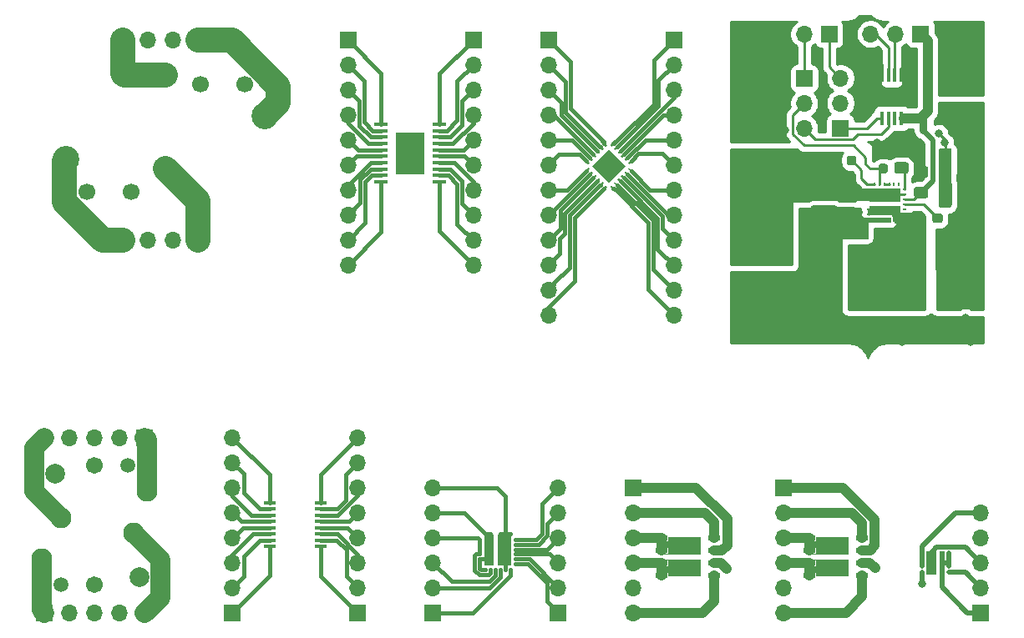
<source format=gtl>
G04 #@! TF.GenerationSoftware,KiCad,Pcbnew,(5.1.6-0-10_14)*
G04 #@! TF.CreationDate,2021-10-07T10:13:42+09:00*
G04 #@! TF.ProjectId,panel_breakouts_211007,70616e65-6c5f-4627-9265-616b6f757473,rev?*
G04 #@! TF.SameCoordinates,Original*
G04 #@! TF.FileFunction,Copper,L1,Top*
G04 #@! TF.FilePolarity,Positive*
%FSLAX46Y46*%
G04 Gerber Fmt 4.6, Leading zero omitted, Abs format (unit mm)*
G04 Created by KiCad (PCBNEW (5.1.6-0-10_14)) date 2021-10-07 10:13:42*
%MOMM*%
%LPD*%
G01*
G04 APERTURE LIST*
G04 #@! TA.AperFunction,NonConductor*
%ADD10C,0.100000*%
G04 #@! TD*
G04 #@! TA.AperFunction,EtchedComponent*
%ADD11C,0.100000*%
G04 #@! TD*
G04 #@! TA.AperFunction,SMDPad,CuDef*
%ADD12C,0.100000*%
G04 #@! TD*
G04 #@! TA.AperFunction,SMDPad,CuDef*
%ADD13R,2.997200X4.191000*%
G04 #@! TD*
G04 #@! TA.AperFunction,SMDPad,CuDef*
%ADD14R,1.409700X0.355600*%
G04 #@! TD*
G04 #@! TA.AperFunction,SMDPad,CuDef*
%ADD15R,0.450000X1.450000*%
G04 #@! TD*
G04 #@! TA.AperFunction,SMDPad,CuDef*
%ADD16R,0.400000X1.450000*%
G04 #@! TD*
G04 #@! TA.AperFunction,SMDPad,CuDef*
%ADD17R,0.250000X0.450000*%
G04 #@! TD*
G04 #@! TA.AperFunction,SMDPad,CuDef*
%ADD18R,0.450000X0.250000*%
G04 #@! TD*
G04 #@! TA.AperFunction,SMDPad,CuDef*
%ADD19R,0.562000X2.450000*%
G04 #@! TD*
G04 #@! TA.AperFunction,SMDPad,CuDef*
%ADD20R,1.036000X2.450000*%
G04 #@! TD*
G04 #@! TA.AperFunction,SMDPad,CuDef*
%ADD21R,0.450000X0.450000*%
G04 #@! TD*
G04 #@! TA.AperFunction,SMDPad,CuDef*
%ADD22R,1.270000X0.609600*%
G04 #@! TD*
G04 #@! TA.AperFunction,ComponentPad*
%ADD23O,1.700000X1.700000*%
G04 #@! TD*
G04 #@! TA.AperFunction,ComponentPad*
%ADD24R,1.700000X1.700000*%
G04 #@! TD*
G04 #@! TA.AperFunction,ComponentPad*
%ADD25C,2.108200*%
G04 #@! TD*
G04 #@! TA.AperFunction,ComponentPad*
%ADD26C,2.006600*%
G04 #@! TD*
G04 #@! TA.AperFunction,ComponentPad*
%ADD27C,1.701800*%
G04 #@! TD*
G04 #@! TA.AperFunction,ComponentPad*
%ADD28C,1.498600*%
G04 #@! TD*
G04 #@! TA.AperFunction,ComponentPad*
%ADD29C,2.000000*%
G04 #@! TD*
G04 #@! TA.AperFunction,ComponentPad*
%ADD30C,1.700000*%
G04 #@! TD*
G04 #@! TA.AperFunction,ComponentPad*
%ADD31C,2.700000*%
G04 #@! TD*
G04 #@! TA.AperFunction,SMDPad,CuDef*
%ADD32R,1.200000X0.400000*%
G04 #@! TD*
G04 #@! TA.AperFunction,ComponentPad*
%ADD33R,3.500000X3.500000*%
G04 #@! TD*
G04 #@! TA.AperFunction,SMDPad,CuDef*
%ADD34R,4.100000X4.100000*%
G04 #@! TD*
G04 #@! TA.AperFunction,ViaPad*
%ADD35C,0.800000*%
G04 #@! TD*
G04 #@! TA.AperFunction,Conductor*
%ADD36C,2.540000*%
G04 #@! TD*
G04 #@! TA.AperFunction,Conductor*
%ADD37C,2.032000*%
G04 #@! TD*
G04 #@! TA.AperFunction,Conductor*
%ADD38C,0.381000*%
G04 #@! TD*
G04 #@! TA.AperFunction,Conductor*
%ADD39C,1.016000*%
G04 #@! TD*
G04 #@! TA.AperFunction,Conductor*
%ADD40C,0.508000*%
G04 #@! TD*
G04 #@! TA.AperFunction,Conductor*
%ADD41C,0.250000*%
G04 #@! TD*
G04 #@! TA.AperFunction,Conductor*
%ADD42C,0.500000*%
G04 #@! TD*
G04 #@! TA.AperFunction,Conductor*
%ADD43C,1.000000*%
G04 #@! TD*
G04 #@! TA.AperFunction,Conductor*
%ADD44C,0.750000*%
G04 #@! TD*
G04 #@! TA.AperFunction,Conductor*
%ADD45C,0.254000*%
G04 #@! TD*
G04 APERTURE END LIST*
D10*
G36*
X180197000Y-88106000D02*
G01*
X177872000Y-88106000D01*
X177872000Y-89731000D01*
X173122000Y-89731000D01*
X173122000Y-87656000D01*
X180197000Y-87656000D01*
X180197000Y-88106000D01*
G37*
X180197000Y-88106000D02*
X177872000Y-88106000D01*
X177872000Y-89731000D01*
X173122000Y-89731000D01*
X173122000Y-87656000D01*
X180197000Y-87656000D01*
X180197000Y-88106000D01*
G36*
X186322000Y-84556000D02*
G01*
X185072000Y-84556000D01*
X185072000Y-82306000D01*
X186322000Y-82306000D01*
X186322000Y-84556000D01*
G37*
X186322000Y-84556000D02*
X185072000Y-84556000D01*
X185072000Y-82306000D01*
X186322000Y-82306000D01*
X186322000Y-84556000D01*
G36*
X178322000Y-85806000D02*
G01*
X177322000Y-85806000D01*
X177322000Y-84806000D01*
X178322000Y-84806000D01*
X178322000Y-85806000D01*
G37*
X178322000Y-85806000D02*
X177322000Y-85806000D01*
X177322000Y-84806000D01*
X178322000Y-84806000D01*
X178322000Y-85806000D01*
D11*
G36*
X151642000Y-84093056D02*
G01*
X149944944Y-82396000D01*
X151642000Y-80698944D01*
X153339056Y-82396000D01*
X151642000Y-84093056D01*
G37*
G36*
X140402000Y-119842000D02*
G01*
X141742000Y-119842000D01*
X141742000Y-122942000D01*
X140402000Y-122942000D01*
X140402000Y-119842000D01*
G37*
G36*
X139062000Y-119842000D02*
G01*
X140012000Y-119842000D01*
X140012000Y-122942000D01*
X139062000Y-122942000D01*
X139062000Y-119842000D01*
G37*
G36*
X157111200Y-123001800D02*
G01*
X157670000Y-123001800D01*
X157670000Y-122392200D01*
X157111200Y-122392200D01*
X157111200Y-122354100D01*
X160921200Y-122354100D01*
X160921200Y-124005100D01*
X157670000Y-124005100D01*
X157670000Y-123662200D01*
X157111200Y-123662200D01*
X157111200Y-123001800D01*
G37*
X157111200Y-123001800D02*
X157670000Y-123001800D01*
X157670000Y-122392200D01*
X157111200Y-122392200D01*
X157111200Y-122354100D01*
X160921200Y-122354100D01*
X160921200Y-124005100D01*
X157670000Y-124005100D01*
X157670000Y-123662200D01*
X157111200Y-123662200D01*
X157111200Y-123001800D01*
G36*
X157111200Y-121122200D02*
G01*
X157670000Y-121122200D01*
X157670000Y-121731800D01*
X157111200Y-121731800D01*
X157111200Y-121769900D01*
X160921200Y-121769900D01*
X160921200Y-120118900D01*
X157670000Y-120118900D01*
X157670000Y-120461800D01*
X157111200Y-120461800D01*
X157111200Y-121122200D01*
G37*
X157111200Y-121122200D02*
X157670000Y-121122200D01*
X157670000Y-121731800D01*
X157111200Y-121731800D01*
X157111200Y-121769900D01*
X160921200Y-121769900D01*
X160921200Y-120118900D01*
X157670000Y-120118900D01*
X157670000Y-120461800D01*
X157111200Y-120461800D01*
X157111200Y-121122200D01*
G36*
X172101200Y-123001800D02*
G01*
X172660000Y-123001800D01*
X172660000Y-122392200D01*
X172101200Y-122392200D01*
X172101200Y-122354100D01*
X175911200Y-122354100D01*
X175911200Y-124005100D01*
X172660000Y-124005100D01*
X172660000Y-123662200D01*
X172101200Y-123662200D01*
X172101200Y-123001800D01*
G37*
X172101200Y-123001800D02*
X172660000Y-123001800D01*
X172660000Y-122392200D01*
X172101200Y-122392200D01*
X172101200Y-122354100D01*
X175911200Y-122354100D01*
X175911200Y-124005100D01*
X172660000Y-124005100D01*
X172660000Y-123662200D01*
X172101200Y-123662200D01*
X172101200Y-123001800D01*
G36*
X172101200Y-121122200D02*
G01*
X172660000Y-121122200D01*
X172660000Y-121731800D01*
X172101200Y-121731800D01*
X172101200Y-121769900D01*
X175911200Y-121769900D01*
X175911200Y-120118900D01*
X172660000Y-120118900D01*
X172660000Y-120461800D01*
X172101200Y-120461800D01*
X172101200Y-121122200D01*
G37*
X172101200Y-121122200D02*
X172660000Y-121122200D01*
X172660000Y-121731800D01*
X172101200Y-121731800D01*
X172101200Y-121769900D01*
X175911200Y-121769900D01*
X175911200Y-120118900D01*
X172660000Y-120118900D01*
X172660000Y-120461800D01*
X172101200Y-120461800D01*
X172101200Y-121122200D01*
G36*
X178102000Y-87396000D02*
G01*
X178102000Y-86446000D01*
X181202000Y-86446000D01*
X181202000Y-87396000D01*
X178102000Y-87396000D01*
G37*
G36*
X178102000Y-86056000D02*
G01*
X178102000Y-84716000D01*
X181202000Y-84716000D01*
X181202000Y-86056000D01*
X178102000Y-86056000D01*
G37*
G04 #@! TA.AperFunction,SMDPad,CuDef*
D12*
G36*
X151288447Y-82396000D02*
G01*
X151642000Y-82042447D01*
X151995553Y-82396000D01*
X151642000Y-82749553D01*
X151288447Y-82396000D01*
G37*
G04 #@! TD.AperFunction*
G04 #@! TA.AperFunction,SMDPad,CuDef*
G36*
X151345651Y-80447284D02*
G01*
X150842757Y-79944390D01*
X150986441Y-79800706D01*
X151489335Y-80303600D01*
X151345651Y-80447284D01*
G37*
G04 #@! TD.AperFunction*
G04 #@! TA.AperFunction,SMDPad,CuDef*
G36*
X150986441Y-80806494D02*
G01*
X150483547Y-80303600D01*
X150627231Y-80159916D01*
X151130125Y-80662810D01*
X150986441Y-80806494D01*
G37*
G04 #@! TD.AperFunction*
G04 #@! TA.AperFunction,SMDPad,CuDef*
G36*
X150627231Y-81165705D02*
G01*
X150124337Y-80662811D01*
X150268021Y-80519127D01*
X150770915Y-81022021D01*
X150627231Y-81165705D01*
G37*
G04 #@! TD.AperFunction*
G04 #@! TA.AperFunction,SMDPad,CuDef*
G36*
X150268021Y-81524915D02*
G01*
X149765127Y-81022021D01*
X149908811Y-80878337D01*
X150411705Y-81381231D01*
X150268021Y-81524915D01*
G37*
G04 #@! TD.AperFunction*
G04 #@! TA.AperFunction,SMDPad,CuDef*
G36*
X149908810Y-81884125D02*
G01*
X149405916Y-81381231D01*
X149549600Y-81237547D01*
X150052494Y-81740441D01*
X149908810Y-81884125D01*
G37*
G04 #@! TD.AperFunction*
G04 #@! TA.AperFunction,SMDPad,CuDef*
G36*
X149549600Y-82243335D02*
G01*
X149046706Y-81740441D01*
X149190390Y-81596757D01*
X149693284Y-82099651D01*
X149549600Y-82243335D01*
G37*
G04 #@! TD.AperFunction*
G04 #@! TA.AperFunction,SMDPad,CuDef*
G36*
X149046706Y-83051559D02*
G01*
X149549600Y-82548665D01*
X149693284Y-82692349D01*
X149190390Y-83195243D01*
X149046706Y-83051559D01*
G37*
G04 #@! TD.AperFunction*
G04 #@! TA.AperFunction,SMDPad,CuDef*
G36*
X149405916Y-83410769D02*
G01*
X149908810Y-82907875D01*
X150052494Y-83051559D01*
X149549600Y-83554453D01*
X149405916Y-83410769D01*
G37*
G04 #@! TD.AperFunction*
G04 #@! TA.AperFunction,SMDPad,CuDef*
G36*
X149765127Y-83769979D02*
G01*
X150268021Y-83267085D01*
X150411705Y-83410769D01*
X149908811Y-83913663D01*
X149765127Y-83769979D01*
G37*
G04 #@! TD.AperFunction*
G04 #@! TA.AperFunction,SMDPad,CuDef*
G36*
X150124337Y-84129189D02*
G01*
X150627231Y-83626295D01*
X150770915Y-83769979D01*
X150268021Y-84272873D01*
X150124337Y-84129189D01*
G37*
G04 #@! TD.AperFunction*
G04 #@! TA.AperFunction,SMDPad,CuDef*
G36*
X150483547Y-84488400D02*
G01*
X150986441Y-83985506D01*
X151130125Y-84129190D01*
X150627231Y-84632084D01*
X150483547Y-84488400D01*
G37*
G04 #@! TD.AperFunction*
G04 #@! TA.AperFunction,SMDPad,CuDef*
G36*
X150842757Y-84847610D02*
G01*
X151345651Y-84344716D01*
X151489335Y-84488400D01*
X150986441Y-84991294D01*
X150842757Y-84847610D01*
G37*
G04 #@! TD.AperFunction*
G04 #@! TA.AperFunction,SMDPad,CuDef*
G36*
X152297559Y-84991294D02*
G01*
X151794665Y-84488400D01*
X151938349Y-84344716D01*
X152441243Y-84847610D01*
X152297559Y-84991294D01*
G37*
G04 #@! TD.AperFunction*
G04 #@! TA.AperFunction,SMDPad,CuDef*
G36*
X152656769Y-84632084D02*
G01*
X152153875Y-84129190D01*
X152297559Y-83985506D01*
X152800453Y-84488400D01*
X152656769Y-84632084D01*
G37*
G04 #@! TD.AperFunction*
G04 #@! TA.AperFunction,SMDPad,CuDef*
G36*
X153015979Y-84272873D02*
G01*
X152513085Y-83769979D01*
X152656769Y-83626295D01*
X153159663Y-84129189D01*
X153015979Y-84272873D01*
G37*
G04 #@! TD.AperFunction*
G04 #@! TA.AperFunction,SMDPad,CuDef*
G36*
X153375189Y-83913663D02*
G01*
X152872295Y-83410769D01*
X153015979Y-83267085D01*
X153518873Y-83769979D01*
X153375189Y-83913663D01*
G37*
G04 #@! TD.AperFunction*
G04 #@! TA.AperFunction,SMDPad,CuDef*
G36*
X153734400Y-83554453D02*
G01*
X153231506Y-83051559D01*
X153375190Y-82907875D01*
X153878084Y-83410769D01*
X153734400Y-83554453D01*
G37*
G04 #@! TD.AperFunction*
G04 #@! TA.AperFunction,SMDPad,CuDef*
G36*
X154093610Y-83195243D02*
G01*
X153590716Y-82692349D01*
X153734400Y-82548665D01*
X154237294Y-83051559D01*
X154093610Y-83195243D01*
G37*
G04 #@! TD.AperFunction*
G04 #@! TA.AperFunction,SMDPad,CuDef*
G36*
X153590716Y-82099651D02*
G01*
X154093610Y-81596757D01*
X154237294Y-81740441D01*
X153734400Y-82243335D01*
X153590716Y-82099651D01*
G37*
G04 #@! TD.AperFunction*
G04 #@! TA.AperFunction,SMDPad,CuDef*
G36*
X153231506Y-81740441D02*
G01*
X153734400Y-81237547D01*
X153878084Y-81381231D01*
X153375190Y-81884125D01*
X153231506Y-81740441D01*
G37*
G04 #@! TD.AperFunction*
G04 #@! TA.AperFunction,SMDPad,CuDef*
G36*
X152872295Y-81381231D02*
G01*
X153375189Y-80878337D01*
X153518873Y-81022021D01*
X153015979Y-81524915D01*
X152872295Y-81381231D01*
G37*
G04 #@! TD.AperFunction*
G04 #@! TA.AperFunction,SMDPad,CuDef*
G36*
X152513085Y-81022021D02*
G01*
X153015979Y-80519127D01*
X153159663Y-80662811D01*
X152656769Y-81165705D01*
X152513085Y-81022021D01*
G37*
G04 #@! TD.AperFunction*
G04 #@! TA.AperFunction,SMDPad,CuDef*
G36*
X152153875Y-80662810D02*
G01*
X152656769Y-80159916D01*
X152800453Y-80303600D01*
X152297559Y-80806494D01*
X152153875Y-80662810D01*
G37*
G04 #@! TD.AperFunction*
G04 #@! TA.AperFunction,SMDPad,CuDef*
G36*
X151794665Y-80303600D02*
G01*
X152297559Y-79800706D01*
X152441243Y-79944390D01*
X151938349Y-80447284D01*
X151794665Y-80303600D01*
G37*
G04 #@! TD.AperFunction*
D13*
X131542000Y-81096000D03*
D14*
X134494750Y-78171002D03*
X134494750Y-78821001D03*
X134494750Y-79471002D03*
X134494750Y-80121001D03*
X134494750Y-80771002D03*
X134494750Y-81421001D03*
X134494750Y-82071002D03*
X134494750Y-82721001D03*
X134494750Y-83371002D03*
X134494750Y-84021000D03*
X128589250Y-84020998D03*
X128589250Y-83370999D03*
X128589250Y-82720998D03*
X128589250Y-82070999D03*
X128589250Y-81420998D03*
X128589250Y-80770999D03*
X128589250Y-80121001D03*
X128589250Y-79470999D03*
X128589250Y-78821001D03*
X128589250Y-78171000D03*
D15*
X181322000Y-77556000D03*
D16*
X180647000Y-77556000D03*
X179997000Y-77556000D03*
D15*
X179322000Y-77556000D03*
X179322000Y-73156000D03*
D16*
X179997000Y-73156000D03*
X180647000Y-73156000D03*
D15*
X181322000Y-73156000D03*
D17*
X141652000Y-123382000D03*
X141152000Y-123382000D03*
X140652000Y-123382000D03*
X140152000Y-123382000D03*
X139652000Y-123382000D03*
X139152000Y-123382000D03*
D18*
X138582000Y-122812000D03*
X138582000Y-122312000D03*
X138582000Y-121812000D03*
X138582000Y-121312000D03*
X138582000Y-120812000D03*
X138582000Y-120312000D03*
D17*
X139152000Y-119742000D03*
X139652000Y-119742000D03*
X140652000Y-119742000D03*
X141152000Y-119742000D03*
X141652000Y-119742000D03*
D18*
X142222000Y-120312000D03*
X142222000Y-120812000D03*
X142222000Y-121312000D03*
X142222000Y-121812000D03*
X142222000Y-122312000D03*
X142222000Y-122812000D03*
D19*
X185443000Y-122694000D03*
D20*
X184338000Y-122694000D03*
D21*
X183386000Y-123669000D03*
X183386000Y-123019000D03*
X183386000Y-122369000D03*
X183386000Y-121719000D03*
X186158000Y-121719000D03*
X186158000Y-122369000D03*
X186158000Y-123019000D03*
X186158000Y-123669000D03*
D22*
X162369000Y-123967000D03*
X162369000Y-122697000D03*
X162369000Y-121427000D03*
X162369000Y-120157000D03*
X157035000Y-120157000D03*
X157035000Y-121427000D03*
X157035000Y-122697000D03*
X157035000Y-123967000D03*
X177359000Y-123967000D03*
X177359000Y-122697000D03*
X177359000Y-121427000D03*
X177359000Y-120157000D03*
X172025000Y-120157000D03*
X172025000Y-121427000D03*
X172025000Y-122697000D03*
X172025000Y-123967000D03*
D23*
X109982000Y-89916000D03*
X107442000Y-89916000D03*
X104902000Y-89916000D03*
D24*
X102362000Y-89916000D03*
D23*
X94472000Y-109982000D03*
X97012000Y-109982000D03*
X99552000Y-109982000D03*
X102092000Y-109982000D03*
D24*
X104632000Y-109982000D03*
X94472000Y-127762000D03*
D23*
X97012000Y-127762000D03*
X99552000Y-127762000D03*
X102092000Y-127762000D03*
X104632000Y-127762000D03*
D24*
X102362000Y-69596000D03*
D23*
X104902000Y-69596000D03*
X107442000Y-69596000D03*
X109982000Y-69596000D03*
X125222000Y-92456000D03*
X125222000Y-89916000D03*
X125222000Y-87376000D03*
X125222000Y-84836000D03*
X125222000Y-82296000D03*
X125222000Y-79756000D03*
X125222000Y-77216000D03*
X125222000Y-74676000D03*
X125222000Y-72136000D03*
D24*
X125222000Y-69596000D03*
X137922000Y-69596000D03*
D23*
X137922000Y-72136000D03*
X137922000Y-74676000D03*
X137922000Y-77216000D03*
X137922000Y-79756000D03*
X137922000Y-82296000D03*
X137922000Y-84836000D03*
X137922000Y-87376000D03*
X137922000Y-89916000D03*
X137922000Y-92456000D03*
X126222000Y-109982000D03*
X126222000Y-112522000D03*
X126222000Y-115062000D03*
X126222000Y-117602000D03*
X126222000Y-120142000D03*
X126222000Y-122682000D03*
X126222000Y-125222000D03*
D24*
X126222000Y-127762000D03*
X113522000Y-127762000D03*
D23*
X113522000Y-125222000D03*
X113522000Y-122682000D03*
X113522000Y-120142000D03*
X113522000Y-117602000D03*
X113522000Y-115062000D03*
X113522000Y-112522000D03*
X113522000Y-109982000D03*
X145542000Y-97536000D03*
X145542000Y-94996000D03*
X145542000Y-92456000D03*
X145542000Y-89916000D03*
X145542000Y-87376000D03*
X145542000Y-84836000D03*
X145542000Y-82296000D03*
X145542000Y-79756000D03*
X145542000Y-77216000D03*
X145542000Y-74676000D03*
X145542000Y-72136000D03*
D24*
X145542000Y-69596000D03*
X158242000Y-69596000D03*
D23*
X158242000Y-72136000D03*
X158242000Y-74676000D03*
X158242000Y-77216000D03*
X158242000Y-79756000D03*
X158242000Y-82296000D03*
X158242000Y-84836000D03*
X158242000Y-87376000D03*
X158242000Y-89916000D03*
X158242000Y-92456000D03*
X158242000Y-94996000D03*
X158242000Y-97536000D03*
D25*
X103452000Y-119612000D03*
D26*
X104052000Y-124112000D03*
D27*
X99502000Y-124912000D03*
D28*
X96102000Y-124912000D03*
D25*
X94152000Y-122262000D03*
X96152000Y-118112000D03*
D26*
X95552000Y-113612000D03*
D27*
X99502000Y-112812000D03*
D28*
X102902000Y-112812000D03*
D25*
X104852000Y-115462000D03*
D29*
X106722000Y-73156000D03*
D30*
X110222000Y-74106000D03*
X114722000Y-74106000D03*
D31*
X116822000Y-77356000D03*
D29*
X106722000Y-82656000D03*
D30*
X103222000Y-85006000D03*
X98722000Y-85006000D03*
D31*
X96622000Y-81756000D03*
D32*
X117282000Y-121024500D03*
X117282000Y-120389500D03*
X117282000Y-119754500D03*
X117282000Y-119119500D03*
X117282000Y-118484500D03*
X117282000Y-117849500D03*
X117282000Y-117214500D03*
X117282000Y-116579500D03*
X122482000Y-116579500D03*
X122482000Y-117214500D03*
X122482000Y-117849500D03*
X122482000Y-118484500D03*
X122482000Y-119119500D03*
X122482000Y-119754500D03*
X122482000Y-120389500D03*
X122482000Y-121024500D03*
D23*
X169402000Y-127762000D03*
X169402000Y-125222000D03*
X169402000Y-122682000D03*
X169402000Y-120142000D03*
X169402000Y-117602000D03*
D24*
X169402000Y-115062000D03*
D23*
X154162000Y-127762000D03*
X154162000Y-125222000D03*
X154162000Y-122682000D03*
X154162000Y-120142000D03*
X154162000Y-117602000D03*
D24*
X154162000Y-115062000D03*
D23*
X189372000Y-117594000D03*
X189372000Y-120134000D03*
X189372000Y-122674000D03*
X189372000Y-125214000D03*
D24*
X189372000Y-127754000D03*
D23*
X146542000Y-115062000D03*
X146542000Y-117602000D03*
X146542000Y-120142000D03*
X146542000Y-122682000D03*
X146542000Y-125222000D03*
D24*
X146542000Y-127762000D03*
X133842000Y-127762000D03*
D23*
X133842000Y-125222000D03*
X133842000Y-122682000D03*
X133842000Y-120142000D03*
X133842000Y-117602000D03*
X133842000Y-115062000D03*
D17*
X181072000Y-84236000D03*
X180572000Y-84236000D03*
X180072000Y-84236000D03*
X179572000Y-84236000D03*
X179072000Y-84236000D03*
X178572000Y-84236000D03*
D18*
X178002000Y-84806000D03*
X178002000Y-85306000D03*
X178002000Y-85806000D03*
X178002000Y-86806000D03*
X178002000Y-87306000D03*
D17*
X178572000Y-87876000D03*
X179072000Y-87876000D03*
X179572000Y-87876000D03*
X180072000Y-87876000D03*
X180572000Y-87876000D03*
X181072000Y-87876000D03*
D18*
X181642000Y-87306000D03*
X181642000Y-86806000D03*
X181642000Y-86306000D03*
X181642000Y-85806000D03*
X181642000Y-85306000D03*
X181642000Y-84806000D03*
G04 #@! TA.AperFunction,SMDPad,CuDef*
G36*
G01*
X183797000Y-85681000D02*
X182847000Y-85681000D01*
G75*
G02*
X182597000Y-85431000I0J250000D01*
G01*
X182597000Y-84756000D01*
G75*
G02*
X182847000Y-84506000I250000J0D01*
G01*
X183797000Y-84506000D01*
G75*
G02*
X184047000Y-84756000I0J-250000D01*
G01*
X184047000Y-85431000D01*
G75*
G02*
X183797000Y-85681000I-250000J0D01*
G01*
G37*
G04 #@! TD.AperFunction*
G04 #@! TA.AperFunction,SMDPad,CuDef*
G36*
G01*
X183797000Y-83606000D02*
X182847000Y-83606000D01*
G75*
G02*
X182597000Y-83356000I0J250000D01*
G01*
X182597000Y-82681000D01*
G75*
G02*
X182847000Y-82431000I250000J0D01*
G01*
X183797000Y-82431000D01*
G75*
G02*
X184047000Y-82681000I0J-250000D01*
G01*
X184047000Y-83356000D01*
G75*
G02*
X183797000Y-83606000I-250000J0D01*
G01*
G37*
G04 #@! TD.AperFunction*
G04 #@! TA.AperFunction,SMDPad,CuDef*
G36*
G01*
X181797000Y-83181000D02*
X180847000Y-83181000D01*
G75*
G02*
X180597000Y-82931000I0J250000D01*
G01*
X180597000Y-82256000D01*
G75*
G02*
X180847000Y-82006000I250000J0D01*
G01*
X181797000Y-82006000D01*
G75*
G02*
X182047000Y-82256000I0J-250000D01*
G01*
X182047000Y-82931000D01*
G75*
G02*
X181797000Y-83181000I-250000J0D01*
G01*
G37*
G04 #@! TD.AperFunction*
G04 #@! TA.AperFunction,SMDPad,CuDef*
G36*
G01*
X181797000Y-81106000D02*
X180847000Y-81106000D01*
G75*
G02*
X180597000Y-80856000I0J250000D01*
G01*
X180597000Y-80181000D01*
G75*
G02*
X180847000Y-79931000I250000J0D01*
G01*
X181797000Y-79931000D01*
G75*
G02*
X182047000Y-80181000I0J-250000D01*
G01*
X182047000Y-80856000D01*
G75*
G02*
X181797000Y-81106000I-250000J0D01*
G01*
G37*
G04 #@! TD.AperFunction*
G04 #@! TA.AperFunction,SMDPad,CuDef*
G36*
G01*
X183797000Y-87468500D02*
X183797000Y-87943500D01*
G75*
G02*
X183559500Y-88181000I-237500J0D01*
G01*
X182959500Y-88181000D01*
G75*
G02*
X182722000Y-87943500I0J237500D01*
G01*
X182722000Y-87468500D01*
G75*
G02*
X182959500Y-87231000I237500J0D01*
G01*
X183559500Y-87231000D01*
G75*
G02*
X183797000Y-87468500I0J-237500D01*
G01*
G37*
G04 #@! TD.AperFunction*
G04 #@! TA.AperFunction,SMDPad,CuDef*
G36*
G01*
X185522000Y-87468500D02*
X185522000Y-87943500D01*
G75*
G02*
X185284500Y-88181000I-237500J0D01*
G01*
X184684500Y-88181000D01*
G75*
G02*
X184447000Y-87943500I0J237500D01*
G01*
X184447000Y-87468500D01*
G75*
G02*
X184684500Y-87231000I237500J0D01*
G01*
X185284500Y-87231000D01*
G75*
G02*
X185522000Y-87468500I0J-237500D01*
G01*
G37*
G04 #@! TD.AperFunction*
G04 #@! TA.AperFunction,SMDPad,CuDef*
G36*
G01*
X176084500Y-84856000D02*
X176559500Y-84856000D01*
G75*
G02*
X176797000Y-85093500I0J-237500D01*
G01*
X176797000Y-85693500D01*
G75*
G02*
X176559500Y-85931000I-237500J0D01*
G01*
X176084500Y-85931000D01*
G75*
G02*
X175847000Y-85693500I0J237500D01*
G01*
X175847000Y-85093500D01*
G75*
G02*
X176084500Y-84856000I237500J0D01*
G01*
G37*
G04 #@! TD.AperFunction*
G04 #@! TA.AperFunction,SMDPad,CuDef*
G36*
G01*
X176084500Y-86581000D02*
X176559500Y-86581000D01*
G75*
G02*
X176797000Y-86818500I0J-237500D01*
G01*
X176797000Y-87418500D01*
G75*
G02*
X176559500Y-87656000I-237500J0D01*
G01*
X176084500Y-87656000D01*
G75*
G02*
X175847000Y-87418500I0J237500D01*
G01*
X175847000Y-86818500D01*
G75*
G02*
X176084500Y-86581000I237500J0D01*
G01*
G37*
G04 #@! TD.AperFunction*
D23*
X171457000Y-69006000D03*
D24*
X173997000Y-69006000D03*
D23*
X175122000Y-73476000D03*
X175122000Y-76016000D03*
D24*
X175122000Y-78556000D03*
X171472000Y-73506000D03*
D23*
X171472000Y-76046000D03*
X171472000Y-78586000D03*
X178192000Y-69006000D03*
X180732000Y-69006000D03*
D24*
X183272000Y-69006000D03*
G04 #@! TA.AperFunction,SMDPad,CuDef*
G36*
G01*
X176509500Y-84156000D02*
X176034500Y-84156000D01*
G75*
G02*
X175797000Y-83918500I0J237500D01*
G01*
X175797000Y-83418500D01*
G75*
G02*
X176034500Y-83181000I237500J0D01*
G01*
X176509500Y-83181000D01*
G75*
G02*
X176747000Y-83418500I0J-237500D01*
G01*
X176747000Y-83918500D01*
G75*
G02*
X176509500Y-84156000I-237500J0D01*
G01*
G37*
G04 #@! TD.AperFunction*
G04 #@! TA.AperFunction,SMDPad,CuDef*
G36*
G01*
X176509500Y-82331000D02*
X176034500Y-82331000D01*
G75*
G02*
X175797000Y-82093500I0J237500D01*
G01*
X175797000Y-81593500D01*
G75*
G02*
X176034500Y-81356000I237500J0D01*
G01*
X176509500Y-81356000D01*
G75*
G02*
X176747000Y-81593500I0J-237500D01*
G01*
X176747000Y-82093500D01*
G75*
G02*
X176509500Y-82331000I-237500J0D01*
G01*
G37*
G04 #@! TD.AperFunction*
G04 #@! TA.AperFunction,SMDPad,CuDef*
G36*
G01*
X179709500Y-81331000D02*
X179234500Y-81331000D01*
G75*
G02*
X178997000Y-81093500I0J237500D01*
G01*
X178997000Y-80593500D01*
G75*
G02*
X179234500Y-80356000I237500J0D01*
G01*
X179709500Y-80356000D01*
G75*
G02*
X179947000Y-80593500I0J-237500D01*
G01*
X179947000Y-81093500D01*
G75*
G02*
X179709500Y-81331000I-237500J0D01*
G01*
G37*
G04 #@! TD.AperFunction*
G04 #@! TA.AperFunction,SMDPad,CuDef*
G36*
G01*
X179709500Y-83156000D02*
X179234500Y-83156000D01*
G75*
G02*
X178997000Y-82918500I0J237500D01*
G01*
X178997000Y-82418500D01*
G75*
G02*
X179234500Y-82181000I237500J0D01*
G01*
X179709500Y-82181000D01*
G75*
G02*
X179947000Y-82418500I0J-237500D01*
G01*
X179947000Y-82918500D01*
G75*
G02*
X179709500Y-83156000I-237500J0D01*
G01*
G37*
G04 #@! TD.AperFunction*
D33*
X168262000Y-90676000D03*
G04 #@! TA.AperFunction,ComponentPad*
G36*
G01*
X169262000Y-98176000D02*
X167262000Y-98176000D01*
G75*
G02*
X166512000Y-97426000I0J750000D01*
G01*
X166512000Y-95926000D01*
G75*
G02*
X167262000Y-95176000I750000J0D01*
G01*
X169262000Y-95176000D01*
G75*
G02*
X170012000Y-95926000I0J-750000D01*
G01*
X170012000Y-97426000D01*
G75*
G02*
X169262000Y-98176000I-750000J0D01*
G01*
G37*
G04 #@! TD.AperFunction*
G04 #@! TA.AperFunction,ComponentPad*
G36*
G01*
X173837000Y-95426000D02*
X172087000Y-95426000D01*
G75*
G02*
X171212000Y-94551000I0J875000D01*
G01*
X171212000Y-92801000D01*
G75*
G02*
X172087000Y-91926000I875000J0D01*
G01*
X173837000Y-91926000D01*
G75*
G02*
X174712000Y-92801000I0J-875000D01*
G01*
X174712000Y-94551000D01*
G75*
G02*
X173837000Y-95426000I-875000J0D01*
G01*
G37*
G04 #@! TD.AperFunction*
G04 #@! TA.AperFunction,SMDPad,CuDef*
G36*
G01*
X172371999Y-83281000D02*
X174572001Y-83281000D01*
G75*
G02*
X174822000Y-83530999I0J-249999D01*
G01*
X174822000Y-84356001D01*
G75*
G02*
X174572001Y-84606000I-249999J0D01*
G01*
X172371999Y-84606000D01*
G75*
G02*
X172122000Y-84356001I0J249999D01*
G01*
X172122000Y-83530999D01*
G75*
G02*
X172371999Y-83281000I249999J0D01*
G01*
G37*
G04 #@! TD.AperFunction*
G04 #@! TA.AperFunction,SMDPad,CuDef*
G36*
G01*
X172371999Y-86406000D02*
X174572001Y-86406000D01*
G75*
G02*
X174822000Y-86655999I0J-249999D01*
G01*
X174822000Y-87481001D01*
G75*
G02*
X174572001Y-87731000I-249999J0D01*
G01*
X172371999Y-87731000D01*
G75*
G02*
X172122000Y-87481001I0J249999D01*
G01*
X172122000Y-86655999D01*
G75*
G02*
X172371999Y-86406000I249999J0D01*
G01*
G37*
G04 #@! TD.AperFunction*
G04 #@! TA.AperFunction,SMDPad,CuDef*
G36*
G01*
X189547000Y-84205999D02*
X189547000Y-86406001D01*
G75*
G02*
X189297001Y-86656000I-249999J0D01*
G01*
X188471999Y-86656000D01*
G75*
G02*
X188222000Y-86406001I0J249999D01*
G01*
X188222000Y-84205999D01*
G75*
G02*
X188471999Y-83956000I249999J0D01*
G01*
X189297001Y-83956000D01*
G75*
G02*
X189547000Y-84205999I0J-249999D01*
G01*
G37*
G04 #@! TD.AperFunction*
G04 #@! TA.AperFunction,SMDPad,CuDef*
G36*
G01*
X186422000Y-84205999D02*
X186422000Y-86406001D01*
G75*
G02*
X186172001Y-86656000I-249999J0D01*
G01*
X185346999Y-86656000D01*
G75*
G02*
X185097000Y-86406001I0J249999D01*
G01*
X185097000Y-84205999D01*
G75*
G02*
X185346999Y-83956000I249999J0D01*
G01*
X186172001Y-83956000D01*
G75*
G02*
X186422000Y-84205999I0J-249999D01*
G01*
G37*
G04 #@! TD.AperFunction*
G04 #@! TA.AperFunction,SMDPad,CuDef*
G36*
G01*
X186406999Y-80830998D02*
X186406999Y-83031000D01*
G75*
G02*
X186157000Y-83280999I-249999J0D01*
G01*
X185331998Y-83280999D01*
G75*
G02*
X185081999Y-83031000I0J249999D01*
G01*
X185081999Y-80830998D01*
G75*
G02*
X185331998Y-80580999I249999J0D01*
G01*
X186157000Y-80580999D01*
G75*
G02*
X186406999Y-80830998I0J-249999D01*
G01*
G37*
G04 #@! TD.AperFunction*
G04 #@! TA.AperFunction,SMDPad,CuDef*
G36*
G01*
X189531999Y-80830998D02*
X189531999Y-83031000D01*
G75*
G02*
X189282000Y-83280999I-249999J0D01*
G01*
X188456998Y-83280999D01*
G75*
G02*
X188206999Y-83031000I0J249999D01*
G01*
X188206999Y-80830998D01*
G75*
G02*
X188456998Y-80580999I249999J0D01*
G01*
X189282000Y-80580999D01*
G75*
G02*
X189531999Y-80830998I0J-249999D01*
G01*
G37*
G04 #@! TD.AperFunction*
D29*
X186472000Y-77156000D03*
X186472000Y-73656000D03*
D34*
X178032000Y-94426000D03*
X187532000Y-94426000D03*
D35*
X178662000Y-123242000D03*
X163622000Y-123332000D03*
X183392000Y-124794000D03*
X182222000Y-71506000D03*
X178497000Y-71681000D03*
X183172000Y-80631000D03*
X185097000Y-79106000D03*
X178822000Y-80056000D03*
X177572000Y-73556000D03*
X177572000Y-75306000D03*
X177572000Y-75306000D03*
X188072000Y-72056000D03*
X186572000Y-70056000D03*
X188072000Y-68556000D03*
X185722000Y-80036000D03*
X185722000Y-83696000D03*
X182322000Y-75056000D03*
X175762000Y-71176000D03*
X172842000Y-71136000D03*
X169132000Y-68546000D03*
X164482000Y-68306000D03*
X166982000Y-71126000D03*
X164402000Y-73556000D03*
X168932000Y-73516000D03*
X166782000Y-76336000D03*
X164442000Y-78546000D03*
X169542000Y-78796000D03*
X164632000Y-93776000D03*
X164692000Y-99886000D03*
X169962000Y-93986000D03*
X170652000Y-99796000D03*
X175512000Y-100006000D03*
X173532000Y-97036000D03*
X180492000Y-98096000D03*
X188292000Y-100296000D03*
X187832000Y-97806000D03*
X181402000Y-100226000D03*
X185072000Y-98746000D03*
X171512000Y-90586000D03*
X171582000Y-88136000D03*
X174272000Y-89306000D03*
X176902000Y-89106000D03*
X174232000Y-91176000D03*
D36*
X109982000Y-85916000D02*
X109982000Y-89916000D01*
X106722000Y-82656000D02*
X109982000Y-85916000D01*
X96500399Y-81877601D02*
X96500399Y-86072369D01*
X100344030Y-89916000D02*
X102362000Y-89916000D01*
X96500399Y-86072369D02*
X100344030Y-89916000D01*
X96622000Y-81756000D02*
X96500399Y-81877601D01*
D37*
X93431099Y-111022901D02*
X94472000Y-109982000D01*
X93431099Y-115391099D02*
X93431099Y-111022901D01*
X96152000Y-118112000D02*
X93431099Y-115391099D01*
X104852000Y-110202000D02*
X104632000Y-109982000D01*
X104852000Y-115462000D02*
X104852000Y-110202000D01*
X94152000Y-127442000D02*
X94472000Y-127762000D01*
X94152000Y-122262000D02*
X94152000Y-127442000D01*
X106172901Y-126221099D02*
X104632000Y-127762000D01*
X106172901Y-122332901D02*
X106172901Y-126221099D01*
X103452000Y-119612000D02*
X106172901Y-122332901D01*
D36*
X102532000Y-73156000D02*
X106722000Y-73156000D01*
X102362000Y-72986000D02*
X102532000Y-73156000D01*
X102362000Y-69596000D02*
X102362000Y-72986000D01*
X118171999Y-74315999D02*
X118171999Y-76006001D01*
X113452000Y-69596000D02*
X118171999Y-74315999D01*
X118171999Y-76006001D02*
X116822000Y-77356000D01*
X109982000Y-69596000D02*
X113452000Y-69596000D01*
D38*
X128589250Y-89088750D02*
X128589250Y-84020998D01*
X125222000Y-92456000D02*
X128589250Y-89088750D01*
X126944610Y-88193390D02*
X125222000Y-89916000D01*
X126944610Y-84043390D02*
X126944610Y-88193390D01*
X127617001Y-83370999D02*
X126944610Y-84043390D01*
X128589250Y-83370999D02*
X127617001Y-83370999D01*
X126462000Y-83794911D02*
X126462000Y-86136000D01*
X126462000Y-86136000D02*
X125222000Y-87376000D01*
X127535913Y-82720998D02*
X126462000Y-83794911D01*
X128589250Y-82720998D02*
X127535913Y-82720998D01*
X125222000Y-84352399D02*
X125222000Y-84836000D01*
X127503400Y-82070999D02*
X125222000Y-84352399D01*
X128589250Y-82070999D02*
X127503400Y-82070999D01*
X126097002Y-81420998D02*
X125222000Y-82296000D01*
X128589250Y-81420998D02*
X126097002Y-81420998D01*
X126236999Y-80770999D02*
X125222000Y-79756000D01*
X128589250Y-80770999D02*
X126236999Y-80770999D01*
X125222000Y-78065690D02*
X125222000Y-77216000D01*
X127277311Y-80121001D02*
X125222000Y-78065690D01*
X128589250Y-80121001D02*
X127277311Y-80121001D01*
X126364101Y-75818101D02*
X125222000Y-74676000D01*
X126364101Y-78331700D02*
X126364101Y-75818101D01*
X127503400Y-79470999D02*
X126364101Y-78331700D01*
X128589250Y-79470999D02*
X127503400Y-79470999D01*
X126846711Y-73760711D02*
X125222000Y-72136000D01*
X126846711Y-77930711D02*
X126846711Y-73760711D01*
X127737001Y-78821001D02*
X126846711Y-77930711D01*
X128589250Y-78821001D02*
X127737001Y-78821001D01*
X128589250Y-72963250D02*
X125222000Y-69596000D01*
X128589250Y-78171000D02*
X128589250Y-72963250D01*
X134494750Y-73023250D02*
X137922000Y-69596000D01*
X134494750Y-78171002D02*
X134494750Y-73023250D01*
X136297289Y-73760711D02*
X137922000Y-72136000D01*
X135253183Y-78821001D02*
X136297289Y-77776895D01*
X136297289Y-77776895D02*
X136297289Y-73760711D01*
X134494750Y-78821001D02*
X135253183Y-78821001D01*
X136779899Y-75818101D02*
X137922000Y-74676000D01*
X136779899Y-78271703D02*
X136779899Y-75818101D01*
X135580600Y-79471002D02*
X136779899Y-78271703D01*
X134494750Y-79471002D02*
X135580600Y-79471002D01*
X137922000Y-78065690D02*
X137922000Y-77216000D01*
X135866689Y-80121001D02*
X137922000Y-78065690D01*
X134494750Y-80121001D02*
X135866689Y-80121001D01*
X136906998Y-80771002D02*
X137922000Y-79756000D01*
X134494750Y-80771002D02*
X136906998Y-80771002D01*
X137047001Y-81421001D02*
X137922000Y-82296000D01*
X134494750Y-81421001D02*
X137047001Y-81421001D01*
X136006692Y-82071002D02*
X137922000Y-83986310D01*
X137922000Y-83986310D02*
X137922000Y-84836000D01*
X134494750Y-82071002D02*
X136006692Y-82071002D01*
X136779899Y-86233899D02*
X137922000Y-87376000D01*
X136779899Y-83920300D02*
X136779899Y-86233899D01*
X135580600Y-82721001D02*
X136779899Y-83920300D01*
X134494750Y-82721001D02*
X135580600Y-82721001D01*
X135367002Y-83371002D02*
X136297289Y-84301289D01*
X134494750Y-83371002D02*
X135367002Y-83371002D01*
X136297289Y-88291289D02*
X137922000Y-89916000D01*
X136297289Y-84301289D02*
X136297289Y-88291289D01*
X134494750Y-89028750D02*
X137922000Y-92456000D01*
X134494750Y-84021000D02*
X134494750Y-89028750D01*
X122482000Y-113722000D02*
X126222000Y-109982000D01*
X122482000Y-116579500D02*
X122482000Y-113722000D01*
X122482000Y-117214500D02*
X124126988Y-117214500D01*
X124126988Y-117214500D02*
X125022000Y-116319488D01*
X125022000Y-113722000D02*
X126222000Y-112522000D01*
X125022000Y-116319488D02*
X125022000Y-113722000D01*
X122482000Y-117849500D02*
X124174500Y-117849500D01*
X126222000Y-115802000D02*
X126222000Y-115062000D01*
X124174500Y-117849500D02*
X126222000Y-115802000D01*
X125339500Y-118484500D02*
X126222000Y-117602000D01*
X122482000Y-118484500D02*
X125339500Y-118484500D01*
X125199500Y-119119500D02*
X126222000Y-120142000D01*
X122482000Y-119119500D02*
X125199500Y-119119500D01*
X122482000Y-119754500D02*
X124144190Y-119754500D01*
X126222000Y-121832310D02*
X126222000Y-122682000D01*
X124144190Y-119754500D02*
X126222000Y-121832310D01*
X122482000Y-120389500D02*
X124096678Y-120389500D01*
X124096678Y-120389500D02*
X125079899Y-121372721D01*
X125079899Y-124079899D02*
X126222000Y-125222000D01*
X125079899Y-121372721D02*
X125079899Y-124079899D01*
X122482000Y-124022000D02*
X126222000Y-127762000D01*
X122482000Y-121024500D02*
X122482000Y-124022000D01*
X117282000Y-124002000D02*
X113522000Y-127762000D01*
X117282000Y-121024500D02*
X117282000Y-124002000D01*
X116301000Y-120389500D02*
X114664101Y-122026399D01*
X117282000Y-120389500D02*
X116301000Y-120389500D01*
X114664101Y-124079899D02*
X113522000Y-125222000D01*
X114664101Y-122026399D02*
X114664101Y-124079899D01*
X113522000Y-121832310D02*
X113522000Y-122682000D01*
X115599810Y-119754500D02*
X113522000Y-121832310D01*
X117282000Y-119754500D02*
X115599810Y-119754500D01*
X114544500Y-119119500D02*
X113522000Y-120142000D01*
X117282000Y-119119500D02*
X114544500Y-119119500D01*
X114404500Y-118484500D02*
X113522000Y-117602000D01*
X117282000Y-118484500D02*
X114404500Y-118484500D01*
X117282000Y-117849500D02*
X115409500Y-117849500D01*
X113522000Y-115962000D02*
X113522000Y-115062000D01*
X115409500Y-117849500D02*
X113522000Y-115962000D01*
X116268392Y-117214500D02*
X114664101Y-115610209D01*
X117282000Y-117214500D02*
X116268392Y-117214500D01*
X114664101Y-113664101D02*
X113522000Y-112522000D01*
X114664101Y-115610209D02*
X114664101Y-113664101D01*
X117282000Y-113742000D02*
X113522000Y-109982000D01*
X117282000Y-116579500D02*
X117282000Y-113742000D01*
X152291856Y-79986000D02*
X152327766Y-79986000D01*
X152153861Y-80123995D02*
X152291856Y-79986000D01*
X152117954Y-80123995D02*
X152153861Y-80123995D01*
X152327766Y-79986000D02*
X156199390Y-76114376D01*
X156199390Y-71638610D02*
X158242000Y-69596000D01*
X156199390Y-76114376D02*
X156199390Y-71638610D01*
X152477164Y-80483205D02*
X152513073Y-80483205D01*
X152513073Y-80483205D02*
X156682000Y-76314278D01*
X156682000Y-73696000D02*
X158242000Y-72136000D01*
X156682000Y-76314278D02*
X156682000Y-73696000D01*
X158242000Y-75436790D02*
X158242000Y-74676000D01*
X152836374Y-80842416D02*
X158242000Y-75436790D01*
X157181210Y-77216000D02*
X158242000Y-77216000D01*
X153195584Y-81201626D02*
X157181210Y-77216000D01*
X155359631Y-79756000D02*
X158242000Y-79756000D01*
X153554795Y-81560836D02*
X155359631Y-79756000D01*
X153914005Y-81920046D02*
X153914005Y-81884138D01*
X153914005Y-81884138D02*
X154632143Y-81166000D01*
X157112000Y-81166000D02*
X158242000Y-82296000D01*
X154632143Y-81166000D02*
X157112000Y-81166000D01*
X153914005Y-82871954D02*
X153914005Y-82907862D01*
X155842143Y-84836000D02*
X158242000Y-84836000D01*
X153914005Y-82907862D02*
X155842143Y-84836000D01*
X157699631Y-87376000D02*
X158242000Y-87376000D01*
X153554795Y-83231164D02*
X157699631Y-87376000D01*
X157099899Y-88773899D02*
X158242000Y-89916000D01*
X157099899Y-87494689D02*
X157099899Y-88773899D01*
X153195584Y-83590374D02*
X157099899Y-87494689D01*
X153092563Y-84205773D02*
X153128471Y-84205773D01*
X152836374Y-83949584D02*
X153092563Y-84205773D01*
X153128471Y-84205773D02*
X156617289Y-87694591D01*
X156617289Y-90831289D02*
X158242000Y-92456000D01*
X156617289Y-87694591D02*
X156617289Y-90831289D01*
X152477164Y-84308795D02*
X152504795Y-84308795D01*
X156134679Y-92888679D02*
X158242000Y-94996000D01*
X156134679Y-87938679D02*
X156134679Y-92888679D01*
X152504795Y-84308795D02*
X156134679Y-87938679D01*
X155652069Y-94946069D02*
X158242000Y-97536000D01*
X155652069Y-88138581D02*
X155652069Y-94946069D01*
X152117954Y-84668005D02*
X152153861Y-84668005D01*
X152309488Y-84796000D02*
X155652069Y-88138581D01*
X152281856Y-84796000D02*
X152309488Y-84796000D01*
X152153861Y-84668005D02*
X152281856Y-84796000D01*
X148169830Y-94058480D02*
X145542000Y-96686310D01*
X145542000Y-96686310D02*
X145542000Y-97536000D01*
X148169830Y-87664221D02*
X148169830Y-94058480D01*
X151166046Y-84668005D02*
X148169830Y-87664221D01*
X150806836Y-84308795D02*
X150770927Y-84308795D01*
X146112000Y-94286000D02*
X146112000Y-94426000D01*
X147687220Y-92710780D02*
X146112000Y-94286000D01*
X147687220Y-87413292D02*
X147687220Y-92710780D01*
X146112000Y-94426000D02*
X145542000Y-94996000D01*
X150770927Y-84329585D02*
X147687220Y-87413292D01*
X150770927Y-84308795D02*
X150770927Y-84329585D01*
X150447626Y-83949584D02*
X147942514Y-86454696D01*
X147942514Y-86475486D02*
X147204610Y-87213390D01*
X147942514Y-86454696D02*
X147942514Y-86475486D01*
X146684101Y-89783899D02*
X146684101Y-91313899D01*
X147204610Y-89263390D02*
X146684101Y-89783899D01*
X146684101Y-91313899D02*
X145542000Y-92456000D01*
X147204610Y-87213390D02*
X147204610Y-89263390D01*
X149832227Y-83846563D02*
X149796318Y-83846563D01*
X150088416Y-83590374D02*
X149832227Y-83846563D01*
X149796318Y-83846563D02*
X146722000Y-86920881D01*
X146722000Y-88736000D02*
X145542000Y-89916000D01*
X146722000Y-86920881D02*
X146722000Y-88736000D01*
X149729205Y-83231164D02*
X147452000Y-85508369D01*
X147409631Y-85508369D02*
X145542000Y-87376000D01*
X147452000Y-85508369D02*
X147409631Y-85508369D01*
X149369995Y-82871954D02*
X149369995Y-82907862D01*
X147441857Y-84836000D02*
X145542000Y-84836000D01*
X149369995Y-82907862D02*
X147441857Y-84836000D01*
X149369995Y-81920046D02*
X149369995Y-81884138D01*
X149369995Y-81884138D02*
X148731857Y-81246000D01*
X146592000Y-81246000D02*
X145542000Y-82296000D01*
X148731857Y-81246000D02*
X146592000Y-81246000D01*
X147924369Y-79756000D02*
X145542000Y-79756000D01*
X149729205Y-81560836D02*
X147924369Y-79756000D01*
X146102790Y-77216000D02*
X145542000Y-77216000D01*
X150088416Y-81201626D02*
X146102790Y-77216000D01*
X150447626Y-80842416D02*
X146812000Y-77206790D01*
X146812000Y-75946000D02*
X145542000Y-74676000D01*
X146812000Y-77206790D02*
X146812000Y-75946000D01*
X150806836Y-80483205D02*
X150770927Y-80483205D01*
X147294610Y-73888610D02*
X145542000Y-72136000D01*
X147294610Y-77006888D02*
X147294610Y-73888610D01*
X150770927Y-80483205D02*
X147294610Y-77006888D01*
X151166046Y-79980311D02*
X147777220Y-76591485D01*
X151166046Y-80123995D02*
X151166046Y-79980311D01*
X147777220Y-71831220D02*
X145542000Y-69596000D01*
X147777220Y-76591485D02*
X147777220Y-71831220D01*
D39*
X169402000Y-127762000D02*
X175672000Y-127762000D01*
X177359000Y-126075000D02*
X177359000Y-123967000D01*
X175672000Y-127762000D02*
X177359000Y-126075000D01*
X178117000Y-122697000D02*
X177359000Y-122697000D01*
X178662000Y-123242000D02*
X178117000Y-122697000D01*
X172010000Y-122682000D02*
X172025000Y-122697000D01*
X169402000Y-122682000D02*
X172010000Y-122682000D01*
X172025000Y-122697000D02*
X172025000Y-123967000D01*
X172010000Y-120142000D02*
X172025000Y-120157000D01*
X169402000Y-120142000D02*
X172010000Y-120142000D01*
X172025000Y-121427000D02*
X172025000Y-120157000D01*
X169402000Y-117602000D02*
X176332000Y-117602000D01*
X177359000Y-118629000D02*
X177359000Y-120157000D01*
X176332000Y-117602000D02*
X177359000Y-118629000D01*
X178603601Y-120949481D02*
X178126082Y-121427000D01*
X178126082Y-121427000D02*
X177359000Y-121427000D01*
X178603601Y-118293063D02*
X178603601Y-120949481D01*
X175372538Y-115062000D02*
X178603601Y-118293063D01*
X169402000Y-115062000D02*
X175372538Y-115062000D01*
X154162000Y-127762000D02*
X161162000Y-127762000D01*
X162369000Y-126555000D02*
X162369000Y-123967000D01*
X161162000Y-127762000D02*
X162369000Y-126555000D01*
X162987000Y-122697000D02*
X162369000Y-122697000D01*
X163622000Y-123332000D02*
X162987000Y-122697000D01*
X157020000Y-122682000D02*
X157035000Y-122697000D01*
X154162000Y-122682000D02*
X157020000Y-122682000D01*
X157035000Y-123967000D02*
X157035000Y-122697000D01*
X157020000Y-120142000D02*
X157035000Y-120157000D01*
X154162000Y-120142000D02*
X157020000Y-120142000D01*
X157035000Y-121427000D02*
X157035000Y-120157000D01*
X154162000Y-117602000D02*
X161392000Y-117602000D01*
X162369000Y-118579000D02*
X162369000Y-120157000D01*
X161392000Y-117602000D02*
X162369000Y-118579000D01*
X163662390Y-120900692D02*
X163136082Y-121427000D01*
X163136082Y-121427000D02*
X162369000Y-121427000D01*
X163662390Y-118232390D02*
X163662390Y-120900692D01*
X160492000Y-115062000D02*
X163662390Y-118232390D01*
X154162000Y-115062000D02*
X160492000Y-115062000D01*
D40*
X183386000Y-123019000D02*
X183386000Y-122369000D01*
X183386000Y-122369000D02*
X183386000Y-121719000D01*
X183386000Y-120986000D02*
X183386000Y-121719000D01*
X186778000Y-117594000D02*
X183386000Y-120986000D01*
X189372000Y-117594000D02*
X186778000Y-117594000D01*
X183392000Y-123675000D02*
X183386000Y-123669000D01*
X183392000Y-124794000D02*
X183392000Y-123675000D01*
X187807390Y-121109390D02*
X189372000Y-122674000D01*
X184338000Y-121652918D02*
X184881528Y-121109390D01*
X184881528Y-121109390D02*
X187807390Y-121109390D01*
X184338000Y-122694000D02*
X184338000Y-121652918D01*
X187827000Y-123669000D02*
X189372000Y-125214000D01*
X186158000Y-123669000D02*
X187827000Y-123669000D01*
X186158000Y-122369000D02*
X186158000Y-121719000D01*
X185992000Y-122694000D02*
X186158000Y-122528000D01*
X185443000Y-122694000D02*
X185992000Y-122694000D01*
X186158000Y-122528000D02*
X186158000Y-122369000D01*
X186158000Y-123019000D02*
X186158000Y-122528000D01*
X185443000Y-125183000D02*
X185443000Y-122694000D01*
X188014000Y-127754000D02*
X185443000Y-125183000D01*
X189372000Y-127754000D02*
X188014000Y-127754000D01*
D38*
X142222000Y-120312000D02*
X144337387Y-120312000D01*
X144337387Y-120312000D02*
X144917289Y-119732098D01*
X144917289Y-116686711D02*
X146542000Y-115062000D01*
X144917289Y-119732098D02*
X144917289Y-116686711D01*
X142222000Y-120812000D02*
X144519899Y-120812000D01*
X145399899Y-118744101D02*
X146542000Y-117602000D01*
X145399899Y-119932000D02*
X145399899Y-118744101D01*
X144519899Y-120812000D02*
X145399899Y-119932000D01*
X145372000Y-121312000D02*
X146542000Y-120142000D01*
X142222000Y-121312000D02*
X145372000Y-121312000D01*
X145672000Y-121812000D02*
X146542000Y-122682000D01*
X142222000Y-121812000D02*
X145672000Y-121812000D01*
X143632000Y-122312000D02*
X146542000Y-125222000D01*
X142222000Y-122312000D02*
X143632000Y-122312000D01*
X142222000Y-122812000D02*
X143449488Y-122812000D01*
X143449488Y-122812000D02*
X145382000Y-124744512D01*
X145382000Y-126602000D02*
X146542000Y-127762000D01*
X145382000Y-124744512D02*
X145382000Y-126602000D01*
X137878000Y-127762000D02*
X133842000Y-127762000D01*
X141652000Y-123988000D02*
X137878000Y-127762000D01*
X141652000Y-123382000D02*
X141652000Y-123988000D01*
X139552808Y-125222000D02*
X133842000Y-125222000D01*
X140652000Y-124122808D02*
X139552808Y-125222000D01*
X140652000Y-123382000D02*
X140652000Y-124122808D01*
X135722000Y-124562000D02*
X133842000Y-122682000D01*
X139530295Y-124562000D02*
X135722000Y-124562000D01*
X140152000Y-123940295D02*
X139530295Y-124562000D01*
X140152000Y-123382000D02*
X140152000Y-123940295D01*
X138582000Y-120312000D02*
X138582000Y-120812000D01*
X138582000Y-120812000D02*
X138582000Y-121312000D01*
X138582000Y-121312000D02*
X138582000Y-121812000D01*
X138412000Y-120142000D02*
X138582000Y-120312000D01*
X133842000Y-120142000D02*
X138412000Y-120142000D01*
X138206218Y-121812000D02*
X138582000Y-121812000D01*
X138064899Y-123447412D02*
X138064899Y-121953319D01*
X138064899Y-121953319D02*
X138206218Y-121812000D01*
X139652000Y-123757782D02*
X139510681Y-123899101D01*
X138516588Y-123899101D02*
X138064899Y-123447412D01*
X139510681Y-123899101D02*
X138516588Y-123899101D01*
X139652000Y-123382000D02*
X139652000Y-123757782D01*
X137012000Y-117602000D02*
X139152000Y-119742000D01*
X133842000Y-117602000D02*
X137012000Y-117602000D01*
X138582000Y-122312000D02*
X138582000Y-122812000D01*
X138582000Y-122812000D02*
X138582000Y-123282000D01*
X138682000Y-123382000D02*
X139152000Y-123382000D01*
X138582000Y-123282000D02*
X138682000Y-123382000D01*
X138582000Y-122312000D02*
X139132000Y-122312000D01*
X139422000Y-122022000D02*
X139422000Y-119742000D01*
X139132000Y-122312000D02*
X139422000Y-122022000D01*
X139422000Y-119742000D02*
X139652000Y-119742000D01*
X139152000Y-119742000D02*
X139422000Y-119742000D01*
X141652000Y-119742000D02*
X141152000Y-119742000D01*
X141152000Y-119742000D02*
X140652000Y-119742000D01*
X141152000Y-123382000D02*
X141152000Y-119742000D01*
X133842000Y-115062000D02*
X140292000Y-115062000D01*
X141152000Y-115922000D02*
X141152000Y-119742000D01*
X140292000Y-115062000D02*
X141152000Y-115922000D01*
D41*
X182609500Y-85806000D02*
X181642000Y-85806000D01*
X183322000Y-85093500D02*
X182609500Y-85806000D01*
D42*
X184497010Y-79764012D02*
X183472000Y-78739002D01*
X184497010Y-83918490D02*
X184497010Y-79764012D01*
X183322000Y-85093500D02*
X184497010Y-83918490D01*
D43*
X183996999Y-69730999D02*
X183996999Y-76831001D01*
X183272000Y-69006000D02*
X183996999Y-69730999D01*
X183272000Y-77556000D02*
X181547001Y-77556000D01*
X183996999Y-76831001D02*
X183272000Y-77556000D01*
D44*
X183472000Y-77756000D02*
X183272000Y-77556000D01*
X183472000Y-78739002D02*
X183472000Y-77756000D01*
D41*
X180072000Y-87876000D02*
X179572000Y-87876000D01*
X179572000Y-87876000D02*
X179072000Y-87876000D01*
X179072000Y-87876000D02*
X178572000Y-87876000D01*
X178572000Y-87876000D02*
X177079500Y-87876000D01*
D43*
X176272000Y-87068500D02*
X176322000Y-87118500D01*
X173472000Y-87068500D02*
X176272000Y-87068500D01*
X176322000Y-87118500D02*
X177079500Y-87876000D01*
D41*
X180997000Y-80843500D02*
X181322000Y-80518500D01*
X179472000Y-80843500D02*
X180997000Y-80843500D01*
X179572000Y-84236000D02*
X180072000Y-84236000D01*
D42*
X185744499Y-85290999D02*
X185759500Y-85306000D01*
X185744499Y-81930999D02*
X185744499Y-85290999D01*
X183322000Y-82518500D02*
X181322000Y-80518500D01*
X183322000Y-83018500D02*
X183322000Y-82518500D01*
D41*
X181322000Y-72406000D02*
X182222000Y-71506000D01*
X181322000Y-73156000D02*
X181322000Y-72406000D01*
X178497000Y-71681000D02*
X178947000Y-71681000D01*
X179322000Y-72056000D02*
X179322000Y-73156000D01*
X178947000Y-71681000D02*
X179322000Y-72056000D01*
X183322000Y-80781000D02*
X183172000Y-80631000D01*
X183322000Y-83018500D02*
X183322000Y-80781000D01*
X185744499Y-79753499D02*
X185097000Y-79106000D01*
X185744499Y-81930999D02*
X185744499Y-79753499D01*
D44*
X172962000Y-87578500D02*
X173472000Y-87068500D01*
X172962000Y-93676000D02*
X172962000Y-87578500D01*
X176322000Y-87118500D02*
X176159500Y-87118500D01*
X176159500Y-87118500D02*
X175522000Y-87756000D01*
X173472000Y-87068500D02*
X176939500Y-87068500D01*
X176322000Y-87118500D02*
X175629500Y-87118500D01*
X175629500Y-87118500D02*
X174912000Y-87836000D01*
X174912000Y-87836000D02*
X172672000Y-87836000D01*
X172672000Y-87836000D02*
X172552000Y-87956000D01*
X172552000Y-89606000D02*
X172812000Y-89606000D01*
X172552000Y-87956000D02*
X172552000Y-89606000D01*
X172552000Y-89606000D02*
X172552000Y-89986000D01*
X173432000Y-89936000D02*
X173287000Y-90081000D01*
X172812000Y-89606000D02*
X173287000Y-90081000D01*
X174662000Y-89936000D02*
X173922000Y-89936000D01*
X173922000Y-89936000D02*
X174492000Y-89936000D01*
X173922000Y-89936000D02*
X173432000Y-89936000D01*
X174492000Y-89936000D02*
X174932000Y-90376000D01*
X174932000Y-90376000D02*
X174932000Y-89146000D01*
D41*
X181642000Y-82913500D02*
X181642000Y-84806000D01*
X181322000Y-82593500D02*
X181642000Y-82913500D01*
X181072000Y-87876000D02*
X181642000Y-87306000D01*
X182042000Y-87706000D02*
X181642000Y-87306000D01*
X183259500Y-87706000D02*
X182042000Y-87706000D01*
X179937002Y-86806000D02*
X178002000Y-86806000D01*
X180572000Y-87440998D02*
X179937002Y-86806000D01*
X180572000Y-87876000D02*
X180572000Y-87440998D01*
X178002000Y-87306000D02*
X178002000Y-86806000D01*
D44*
X178032000Y-94426000D02*
X178032000Y-94346000D01*
X183259500Y-89118500D02*
X183259500Y-87706000D01*
X178032000Y-94346000D02*
X183259500Y-89118500D01*
D41*
X180842000Y-87876000D02*
X180572000Y-87876000D01*
D44*
X180822000Y-87456000D02*
X181072000Y-87706000D01*
X180906998Y-87456000D02*
X180822000Y-87456000D01*
X181322000Y-87506001D02*
X180956999Y-87506001D01*
X180956999Y-87506001D02*
X180906998Y-87456000D01*
X181072000Y-87706000D02*
X181072000Y-87876000D01*
X180952001Y-87876000D02*
X181322000Y-87506001D01*
X180842000Y-87876000D02*
X180952001Y-87876000D01*
X181441999Y-87506001D02*
X182471999Y-87506001D01*
X181242000Y-87706000D02*
X181441999Y-87506001D01*
X181072000Y-87706000D02*
X181242000Y-87706000D01*
D41*
X183584500Y-86306000D02*
X184984500Y-87706000D01*
X181642000Y-86306000D02*
X183584500Y-86306000D01*
X176909500Y-84806000D02*
X176322000Y-85393500D01*
X178002000Y-84806000D02*
X176909500Y-84806000D01*
X176734500Y-85806000D02*
X176322000Y-85393500D01*
X178002000Y-85806000D02*
X176734500Y-85806000D01*
X176272000Y-85343500D02*
X176322000Y-85393500D01*
X176272000Y-83668500D02*
X176272000Y-85343500D01*
X181167000Y-85306000D02*
X178002000Y-85306000D01*
X181642000Y-85306000D02*
X181167000Y-85306000D01*
X174872000Y-83943500D02*
X176322000Y-85393500D01*
X173472000Y-83943500D02*
X174872000Y-83943500D01*
D44*
X173472000Y-83943500D02*
X169434500Y-83943500D01*
X168262000Y-85116000D02*
X168262000Y-90676000D01*
X169434500Y-83943500D02*
X168262000Y-85116000D01*
X177334500Y-85393500D02*
X177422000Y-85306000D01*
X176322000Y-85393500D02*
X177334500Y-85393500D01*
D41*
X178002000Y-85306000D02*
X177422000Y-85306000D01*
D44*
X177422000Y-85306000D02*
X177422000Y-85266000D01*
X177422000Y-85266000D02*
X176692000Y-84536000D01*
D43*
X188869499Y-79553499D02*
X188869499Y-81930999D01*
X186472000Y-77156000D02*
X188869499Y-79553499D01*
X188869499Y-85290999D02*
X188884500Y-85306000D01*
X188869499Y-81930999D02*
X188869499Y-85290999D01*
X188884500Y-85306000D02*
X188884500Y-88218500D01*
X186897000Y-90206000D02*
X186897000Y-91856000D01*
X188884500Y-88218500D02*
X186897000Y-90206000D01*
D41*
X171457000Y-73491000D02*
X171472000Y-73506000D01*
X171457000Y-69006000D02*
X171457000Y-73491000D01*
X173997000Y-72351000D02*
X173997000Y-69006000D01*
X175122000Y-73476000D02*
X173997000Y-72351000D01*
X175122000Y-78556000D02*
X177822000Y-78556000D01*
X178822000Y-77556000D02*
X179322000Y-77556000D01*
X177822000Y-78556000D02*
X178822000Y-77556000D01*
X179072000Y-83068500D02*
X179072000Y-84236000D01*
X179472000Y-82668500D02*
X179072000Y-83068500D01*
X177697000Y-82231000D02*
X178134500Y-82668500D01*
X178134500Y-82668500D02*
X179472000Y-82668500D01*
X177697000Y-81556000D02*
X177697000Y-82231000D01*
X170296999Y-77221001D02*
X170296999Y-79150001D01*
X176447000Y-80306000D02*
X177697000Y-81556000D01*
X171452998Y-80306000D02*
X176447000Y-80306000D01*
X170296999Y-79150001D02*
X171452998Y-80306000D01*
X171472000Y-76046000D02*
X170296999Y-77221001D01*
X179997000Y-78416002D02*
X179997000Y-77556000D01*
X179239501Y-79173501D02*
X179997000Y-78416002D01*
X176929499Y-79173501D02*
X179239501Y-79173501D01*
X172617001Y-79731001D02*
X176371999Y-79731001D01*
X176371999Y-79731001D02*
X176929499Y-79173501D01*
X171472000Y-78586000D02*
X172617001Y-79731001D01*
X178647000Y-69006000D02*
X178192000Y-69006000D01*
X179997000Y-70356000D02*
X178647000Y-69006000D01*
X179997000Y-73156000D02*
X179997000Y-70356000D01*
X180647000Y-69091000D02*
X180732000Y-69006000D01*
X180647000Y-73156000D02*
X180647000Y-69091000D01*
X176272000Y-81843500D02*
X177272000Y-82843500D01*
X177272000Y-82843500D02*
X177272000Y-83706000D01*
X177802000Y-84236000D02*
X178572000Y-84236000D01*
X177272000Y-83706000D02*
X177802000Y-84236000D01*
D45*
G36*
X183695000Y-87491302D02*
G01*
X183695000Y-96929000D01*
X175949000Y-96929000D01*
X175949000Y-90416000D01*
X177872000Y-90416000D01*
X177936145Y-90409710D01*
X178000356Y-90403867D01*
X178002662Y-90403188D01*
X178005051Y-90402954D01*
X178066723Y-90384334D01*
X178128606Y-90366121D01*
X178130736Y-90365008D01*
X178133033Y-90364314D01*
X178189886Y-90334084D01*
X178247081Y-90304184D01*
X178248955Y-90302677D01*
X178251073Y-90301551D01*
X178300986Y-90260843D01*
X178351269Y-90220414D01*
X178352813Y-90218573D01*
X178354674Y-90217056D01*
X178395766Y-90167384D01*
X178437203Y-90118002D01*
X178438360Y-90115898D01*
X178439891Y-90114047D01*
X178470541Y-90057361D01*
X178501608Y-90000850D01*
X178502335Y-89998558D01*
X178503476Y-89996448D01*
X178522524Y-89934916D01*
X178542031Y-89873420D01*
X178542299Y-89871032D01*
X178543009Y-89868738D01*
X178549746Y-89804634D01*
X178556933Y-89740564D01*
X178556965Y-89735950D01*
X178556983Y-89735782D01*
X178556968Y-89735614D01*
X178557000Y-89731000D01*
X178557000Y-88791000D01*
X180197000Y-88791000D01*
X180261145Y-88784710D01*
X180325356Y-88778867D01*
X180327662Y-88778188D01*
X180330051Y-88777954D01*
X180391723Y-88759334D01*
X180453606Y-88741121D01*
X180455736Y-88740008D01*
X180458033Y-88739314D01*
X180514886Y-88709084D01*
X180572081Y-88679184D01*
X180573955Y-88677677D01*
X180576073Y-88676551D01*
X180625986Y-88635843D01*
X180676269Y-88595414D01*
X180677813Y-88593573D01*
X180679674Y-88592056D01*
X180720766Y-88542384D01*
X180762203Y-88493002D01*
X180763360Y-88490898D01*
X180764891Y-88489047D01*
X180795541Y-88432361D01*
X180826608Y-88375850D01*
X180827335Y-88373558D01*
X180828476Y-88371448D01*
X180847524Y-88309916D01*
X180867031Y-88248420D01*
X180867299Y-88246032D01*
X180868009Y-88243738D01*
X180874746Y-88179634D01*
X180881933Y-88115564D01*
X180881965Y-88110950D01*
X180881983Y-88110782D01*
X180881968Y-88110614D01*
X180882000Y-88106000D01*
X180882000Y-88031000D01*
X181202000Y-88031000D01*
X181261505Y-88025166D01*
X181320987Y-88019752D01*
X181323118Y-88019125D01*
X181325339Y-88018907D01*
X181382621Y-88001612D01*
X181439875Y-87984762D01*
X181441847Y-87983731D01*
X181443980Y-87983087D01*
X181496781Y-87955012D01*
X181549703Y-87927345D01*
X181551437Y-87925951D01*
X181553404Y-87924905D01*
X181599737Y-87887117D01*
X181646286Y-87849690D01*
X181647717Y-87847985D01*
X181649443Y-87846577D01*
X181687539Y-87800527D01*
X181725947Y-87754754D01*
X181727020Y-87752802D01*
X181728439Y-87751087D01*
X181756851Y-87698539D01*
X181785651Y-87646153D01*
X181786325Y-87644029D01*
X181787383Y-87642072D01*
X181805034Y-87585050D01*
X181810103Y-87569072D01*
X181867000Y-87569072D01*
X181991482Y-87556812D01*
X182111180Y-87520502D01*
X182221494Y-87461537D01*
X182318185Y-87382185D01*
X182397537Y-87285494D01*
X182456502Y-87175180D01*
X182489621Y-87066000D01*
X183269699Y-87066000D01*
X183695000Y-87491302D01*
G37*
X183695000Y-87491302D02*
X183695000Y-96929000D01*
X175949000Y-96929000D01*
X175949000Y-90416000D01*
X177872000Y-90416000D01*
X177936145Y-90409710D01*
X178000356Y-90403867D01*
X178002662Y-90403188D01*
X178005051Y-90402954D01*
X178066723Y-90384334D01*
X178128606Y-90366121D01*
X178130736Y-90365008D01*
X178133033Y-90364314D01*
X178189886Y-90334084D01*
X178247081Y-90304184D01*
X178248955Y-90302677D01*
X178251073Y-90301551D01*
X178300986Y-90260843D01*
X178351269Y-90220414D01*
X178352813Y-90218573D01*
X178354674Y-90217056D01*
X178395766Y-90167384D01*
X178437203Y-90118002D01*
X178438360Y-90115898D01*
X178439891Y-90114047D01*
X178470541Y-90057361D01*
X178501608Y-90000850D01*
X178502335Y-89998558D01*
X178503476Y-89996448D01*
X178522524Y-89934916D01*
X178542031Y-89873420D01*
X178542299Y-89871032D01*
X178543009Y-89868738D01*
X178549746Y-89804634D01*
X178556933Y-89740564D01*
X178556965Y-89735950D01*
X178556983Y-89735782D01*
X178556968Y-89735614D01*
X178557000Y-89731000D01*
X178557000Y-88791000D01*
X180197000Y-88791000D01*
X180261145Y-88784710D01*
X180325356Y-88778867D01*
X180327662Y-88778188D01*
X180330051Y-88777954D01*
X180391723Y-88759334D01*
X180453606Y-88741121D01*
X180455736Y-88740008D01*
X180458033Y-88739314D01*
X180514886Y-88709084D01*
X180572081Y-88679184D01*
X180573955Y-88677677D01*
X180576073Y-88676551D01*
X180625986Y-88635843D01*
X180676269Y-88595414D01*
X180677813Y-88593573D01*
X180679674Y-88592056D01*
X180720766Y-88542384D01*
X180762203Y-88493002D01*
X180763360Y-88490898D01*
X180764891Y-88489047D01*
X180795541Y-88432361D01*
X180826608Y-88375850D01*
X180827335Y-88373558D01*
X180828476Y-88371448D01*
X180847524Y-88309916D01*
X180867031Y-88248420D01*
X180867299Y-88246032D01*
X180868009Y-88243738D01*
X180874746Y-88179634D01*
X180881933Y-88115564D01*
X180881965Y-88110950D01*
X180881983Y-88110782D01*
X180881968Y-88110614D01*
X180882000Y-88106000D01*
X180882000Y-88031000D01*
X181202000Y-88031000D01*
X181261505Y-88025166D01*
X181320987Y-88019752D01*
X181323118Y-88019125D01*
X181325339Y-88018907D01*
X181382621Y-88001612D01*
X181439875Y-87984762D01*
X181441847Y-87983731D01*
X181443980Y-87983087D01*
X181496781Y-87955012D01*
X181549703Y-87927345D01*
X181551437Y-87925951D01*
X181553404Y-87924905D01*
X181599737Y-87887117D01*
X181646286Y-87849690D01*
X181647717Y-87847985D01*
X181649443Y-87846577D01*
X181687539Y-87800527D01*
X181725947Y-87754754D01*
X181727020Y-87752802D01*
X181728439Y-87751087D01*
X181756851Y-87698539D01*
X181785651Y-87646153D01*
X181786325Y-87644029D01*
X181787383Y-87642072D01*
X181805034Y-87585050D01*
X181810103Y-87569072D01*
X181867000Y-87569072D01*
X181991482Y-87556812D01*
X182111180Y-87520502D01*
X182221494Y-87461537D01*
X182318185Y-87382185D01*
X182397537Y-87285494D01*
X182456502Y-87175180D01*
X182489621Y-87066000D01*
X183269699Y-87066000D01*
X183695000Y-87491302D01*
G36*
X189637001Y-96929000D02*
G01*
X188382427Y-96929000D01*
X188322256Y-96888795D01*
X188133898Y-96810774D01*
X187933939Y-96771000D01*
X187730061Y-96771000D01*
X187530102Y-96810774D01*
X187341744Y-96888795D01*
X187281573Y-96929000D01*
X184947514Y-96929000D01*
X184852103Y-88819072D01*
X185284500Y-88819072D01*
X185455316Y-88802248D01*
X185619567Y-88752423D01*
X185770942Y-88671512D01*
X185903623Y-88562623D01*
X186012512Y-88429942D01*
X186093423Y-88278567D01*
X186143248Y-88114316D01*
X186160072Y-87943500D01*
X186160072Y-87468500D01*
X186143248Y-87297684D01*
X186142152Y-87294072D01*
X186172001Y-87294072D01*
X186345255Y-87277008D01*
X186511851Y-87226472D01*
X186665387Y-87144405D01*
X186799962Y-87033962D01*
X186910405Y-86899387D01*
X186992472Y-86745851D01*
X187043008Y-86579255D01*
X187060072Y-86406001D01*
X187060072Y-84205999D01*
X187043008Y-84032745D01*
X187007000Y-83914042D01*
X187007000Y-83273505D01*
X187028007Y-83204254D01*
X187045071Y-83031000D01*
X187045071Y-80830998D01*
X187028007Y-80657744D01*
X186977471Y-80491148D01*
X186895404Y-80337612D01*
X186784961Y-80203037D01*
X186749792Y-80174175D01*
X186757000Y-80137939D01*
X186757000Y-79934061D01*
X186717226Y-79734102D01*
X186639205Y-79545744D01*
X186525937Y-79376226D01*
X186381774Y-79232063D01*
X186212256Y-79118795D01*
X186165039Y-79099237D01*
X186132000Y-79066198D01*
X186132000Y-79004061D01*
X186092226Y-78804102D01*
X186014205Y-78615744D01*
X185900937Y-78446226D01*
X185756774Y-78302063D01*
X185587256Y-78188795D01*
X185398898Y-78110774D01*
X185198939Y-78071000D01*
X184995061Y-78071000D01*
X184795102Y-78110774D01*
X184726458Y-78139207D01*
X184721429Y-77711702D01*
X184760134Y-77672997D01*
X184803448Y-77637450D01*
X184945283Y-77464624D01*
X185050675Y-77267448D01*
X185115576Y-77053500D01*
X185131999Y-76886753D01*
X185131999Y-76886744D01*
X185137489Y-76831002D01*
X185131999Y-76775260D01*
X185131999Y-75933000D01*
X189637000Y-75933000D01*
X189637001Y-96929000D01*
G37*
X189637001Y-96929000D02*
X188382427Y-96929000D01*
X188322256Y-96888795D01*
X188133898Y-96810774D01*
X187933939Y-96771000D01*
X187730061Y-96771000D01*
X187530102Y-96810774D01*
X187341744Y-96888795D01*
X187281573Y-96929000D01*
X184947514Y-96929000D01*
X184852103Y-88819072D01*
X185284500Y-88819072D01*
X185455316Y-88802248D01*
X185619567Y-88752423D01*
X185770942Y-88671512D01*
X185903623Y-88562623D01*
X186012512Y-88429942D01*
X186093423Y-88278567D01*
X186143248Y-88114316D01*
X186160072Y-87943500D01*
X186160072Y-87468500D01*
X186143248Y-87297684D01*
X186142152Y-87294072D01*
X186172001Y-87294072D01*
X186345255Y-87277008D01*
X186511851Y-87226472D01*
X186665387Y-87144405D01*
X186799962Y-87033962D01*
X186910405Y-86899387D01*
X186992472Y-86745851D01*
X187043008Y-86579255D01*
X187060072Y-86406001D01*
X187060072Y-84205999D01*
X187043008Y-84032745D01*
X187007000Y-83914042D01*
X187007000Y-83273505D01*
X187028007Y-83204254D01*
X187045071Y-83031000D01*
X187045071Y-80830998D01*
X187028007Y-80657744D01*
X186977471Y-80491148D01*
X186895404Y-80337612D01*
X186784961Y-80203037D01*
X186749792Y-80174175D01*
X186757000Y-80137939D01*
X186757000Y-79934061D01*
X186717226Y-79734102D01*
X186639205Y-79545744D01*
X186525937Y-79376226D01*
X186381774Y-79232063D01*
X186212256Y-79118795D01*
X186165039Y-79099237D01*
X186132000Y-79066198D01*
X186132000Y-79004061D01*
X186092226Y-78804102D01*
X186014205Y-78615744D01*
X185900937Y-78446226D01*
X185756774Y-78302063D01*
X185587256Y-78188795D01*
X185398898Y-78110774D01*
X185198939Y-78071000D01*
X184995061Y-78071000D01*
X184795102Y-78110774D01*
X184726458Y-78139207D01*
X184721429Y-77711702D01*
X184760134Y-77672997D01*
X184803448Y-77637450D01*
X184945283Y-77464624D01*
X185050675Y-77267448D01*
X185115576Y-77053500D01*
X185131999Y-76886753D01*
X185131999Y-76886744D01*
X185137489Y-76831002D01*
X185131999Y-76775260D01*
X185131999Y-75933000D01*
X189637000Y-75933000D01*
X189637001Y-96929000D01*
G36*
X177138928Y-86931000D02*
G01*
X177142868Y-86971000D01*
X173122000Y-86971000D01*
X173057855Y-86977290D01*
X172993644Y-86983133D01*
X172991338Y-86983812D01*
X172988949Y-86984046D01*
X172927277Y-87002666D01*
X172865394Y-87020879D01*
X172863264Y-87021992D01*
X172860967Y-87022686D01*
X172804114Y-87052916D01*
X172746919Y-87082816D01*
X172745045Y-87084323D01*
X172742927Y-87085449D01*
X172693014Y-87126157D01*
X172642731Y-87166586D01*
X172641187Y-87168427D01*
X172639326Y-87169944D01*
X172598234Y-87219616D01*
X172556797Y-87268998D01*
X172555640Y-87271102D01*
X172554109Y-87272953D01*
X172523459Y-87329639D01*
X172492392Y-87386150D01*
X172491665Y-87388442D01*
X172490524Y-87390552D01*
X172471476Y-87452084D01*
X172451969Y-87513580D01*
X172451701Y-87515968D01*
X172450991Y-87518262D01*
X172444254Y-87582366D01*
X172437067Y-87646436D01*
X172437035Y-87651050D01*
X172437017Y-87651218D01*
X172437032Y-87651386D01*
X172437000Y-87656000D01*
X172437000Y-89731000D01*
X172443290Y-89795145D01*
X172449133Y-89859356D01*
X172449812Y-89861662D01*
X172450046Y-89864051D01*
X172468666Y-89925723D01*
X172486879Y-89987606D01*
X172487992Y-89989736D01*
X172488686Y-89992033D01*
X172518916Y-90048886D01*
X172548816Y-90106081D01*
X172550323Y-90107955D01*
X172551449Y-90110073D01*
X172592157Y-90159986D01*
X172632586Y-90210269D01*
X172634427Y-90211813D01*
X172635944Y-90213674D01*
X172685616Y-90254766D01*
X172734998Y-90296203D01*
X172737102Y-90297360D01*
X172738953Y-90298891D01*
X172795639Y-90329541D01*
X172852150Y-90360608D01*
X172854442Y-90361335D01*
X172856552Y-90362476D01*
X172918084Y-90381524D01*
X172979580Y-90401031D01*
X172981968Y-90401299D01*
X172984262Y-90402009D01*
X173048366Y-90408746D01*
X173112436Y-90415933D01*
X173117050Y-90415965D01*
X173117218Y-90415983D01*
X173117386Y-90415968D01*
X173122000Y-90416000D01*
X175187000Y-90416000D01*
X175187000Y-97056000D01*
X175199201Y-97179882D01*
X175235336Y-97299004D01*
X175294017Y-97408787D01*
X175372987Y-97505013D01*
X175469213Y-97583983D01*
X175578996Y-97642664D01*
X175698118Y-97678799D01*
X175822000Y-97691000D01*
X183822000Y-97691000D01*
X183945882Y-97678799D01*
X184065004Y-97642664D01*
X184174787Y-97583983D01*
X184271013Y-97505013D01*
X184322000Y-97442885D01*
X184372987Y-97505013D01*
X184469213Y-97583983D01*
X184578996Y-97642664D01*
X184698118Y-97678799D01*
X184822000Y-97691000D01*
X189637001Y-97691000D01*
X189637001Y-100371000D01*
X179798353Y-100371000D01*
X179763904Y-100374393D01*
X179747423Y-100374393D01*
X179737911Y-100375393D01*
X179491595Y-100403022D01*
X179430876Y-100415928D01*
X179369966Y-100427989D01*
X179360830Y-100430817D01*
X179124572Y-100505762D01*
X179067521Y-100530214D01*
X179010106Y-100553879D01*
X179001692Y-100558428D01*
X178784490Y-100677836D01*
X178733225Y-100712938D01*
X178681552Y-100747270D01*
X178674182Y-100753366D01*
X178484310Y-100912688D01*
X178440872Y-100957046D01*
X178396820Y-101000791D01*
X178390775Y-101008203D01*
X178235463Y-101201370D01*
X178201444Y-101253357D01*
X178166749Y-101304795D01*
X178162258Y-101313239D01*
X178047427Y-101532894D01*
X178024175Y-101590446D01*
X178000112Y-101647688D01*
X177997348Y-101656844D01*
X177997346Y-101656849D01*
X177997345Y-101656854D01*
X177927365Y-101894620D01*
X177927342Y-101894740D01*
X177923958Y-101877000D01*
X177921190Y-101867833D01*
X177847895Y-101631057D01*
X177823823Y-101573791D01*
X177800525Y-101516127D01*
X177796029Y-101507673D01*
X177796028Y-101507670D01*
X177796025Y-101507665D01*
X177678141Y-101289643D01*
X177643404Y-101238143D01*
X177609347Y-101186099D01*
X177603295Y-101178679D01*
X177445302Y-100987699D01*
X177401200Y-100943903D01*
X177357708Y-100899491D01*
X177350336Y-100893393D01*
X177350330Y-100893387D01*
X177350323Y-100893383D01*
X177158253Y-100736733D01*
X177106499Y-100702348D01*
X177055192Y-100667218D01*
X177046769Y-100662664D01*
X176827921Y-100546301D01*
X176770494Y-100522631D01*
X176713326Y-100498129D01*
X176704179Y-100495298D01*
X176466898Y-100423658D01*
X176405949Y-100411590D01*
X176345123Y-100398661D01*
X176335604Y-100397660D01*
X176335600Y-100397660D01*
X176088922Y-100373473D01*
X176080755Y-100373473D01*
X176055647Y-100371000D01*
X164007000Y-100371000D01*
X164007000Y-93191000D01*
X170322000Y-93191000D01*
X170445882Y-93178799D01*
X170565004Y-93142664D01*
X170674787Y-93083983D01*
X170771013Y-93005013D01*
X170849983Y-92908787D01*
X170908664Y-92799004D01*
X170944799Y-92679882D01*
X170957000Y-92556000D01*
X170957000Y-86691000D01*
X177138928Y-86691000D01*
X177138928Y-86931000D01*
G37*
X177138928Y-86931000D02*
X177142868Y-86971000D01*
X173122000Y-86971000D01*
X173057855Y-86977290D01*
X172993644Y-86983133D01*
X172991338Y-86983812D01*
X172988949Y-86984046D01*
X172927277Y-87002666D01*
X172865394Y-87020879D01*
X172863264Y-87021992D01*
X172860967Y-87022686D01*
X172804114Y-87052916D01*
X172746919Y-87082816D01*
X172745045Y-87084323D01*
X172742927Y-87085449D01*
X172693014Y-87126157D01*
X172642731Y-87166586D01*
X172641187Y-87168427D01*
X172639326Y-87169944D01*
X172598234Y-87219616D01*
X172556797Y-87268998D01*
X172555640Y-87271102D01*
X172554109Y-87272953D01*
X172523459Y-87329639D01*
X172492392Y-87386150D01*
X172491665Y-87388442D01*
X172490524Y-87390552D01*
X172471476Y-87452084D01*
X172451969Y-87513580D01*
X172451701Y-87515968D01*
X172450991Y-87518262D01*
X172444254Y-87582366D01*
X172437067Y-87646436D01*
X172437035Y-87651050D01*
X172437017Y-87651218D01*
X172437032Y-87651386D01*
X172437000Y-87656000D01*
X172437000Y-89731000D01*
X172443290Y-89795145D01*
X172449133Y-89859356D01*
X172449812Y-89861662D01*
X172450046Y-89864051D01*
X172468666Y-89925723D01*
X172486879Y-89987606D01*
X172487992Y-89989736D01*
X172488686Y-89992033D01*
X172518916Y-90048886D01*
X172548816Y-90106081D01*
X172550323Y-90107955D01*
X172551449Y-90110073D01*
X172592157Y-90159986D01*
X172632586Y-90210269D01*
X172634427Y-90211813D01*
X172635944Y-90213674D01*
X172685616Y-90254766D01*
X172734998Y-90296203D01*
X172737102Y-90297360D01*
X172738953Y-90298891D01*
X172795639Y-90329541D01*
X172852150Y-90360608D01*
X172854442Y-90361335D01*
X172856552Y-90362476D01*
X172918084Y-90381524D01*
X172979580Y-90401031D01*
X172981968Y-90401299D01*
X172984262Y-90402009D01*
X173048366Y-90408746D01*
X173112436Y-90415933D01*
X173117050Y-90415965D01*
X173117218Y-90415983D01*
X173117386Y-90415968D01*
X173122000Y-90416000D01*
X175187000Y-90416000D01*
X175187000Y-97056000D01*
X175199201Y-97179882D01*
X175235336Y-97299004D01*
X175294017Y-97408787D01*
X175372987Y-97505013D01*
X175469213Y-97583983D01*
X175578996Y-97642664D01*
X175698118Y-97678799D01*
X175822000Y-97691000D01*
X183822000Y-97691000D01*
X183945882Y-97678799D01*
X184065004Y-97642664D01*
X184174787Y-97583983D01*
X184271013Y-97505013D01*
X184322000Y-97442885D01*
X184372987Y-97505013D01*
X184469213Y-97583983D01*
X184578996Y-97642664D01*
X184698118Y-97678799D01*
X184822000Y-97691000D01*
X189637001Y-97691000D01*
X189637001Y-100371000D01*
X179798353Y-100371000D01*
X179763904Y-100374393D01*
X179747423Y-100374393D01*
X179737911Y-100375393D01*
X179491595Y-100403022D01*
X179430876Y-100415928D01*
X179369966Y-100427989D01*
X179360830Y-100430817D01*
X179124572Y-100505762D01*
X179067521Y-100530214D01*
X179010106Y-100553879D01*
X179001692Y-100558428D01*
X178784490Y-100677836D01*
X178733225Y-100712938D01*
X178681552Y-100747270D01*
X178674182Y-100753366D01*
X178484310Y-100912688D01*
X178440872Y-100957046D01*
X178396820Y-101000791D01*
X178390775Y-101008203D01*
X178235463Y-101201370D01*
X178201444Y-101253357D01*
X178166749Y-101304795D01*
X178162258Y-101313239D01*
X178047427Y-101532894D01*
X178024175Y-101590446D01*
X178000112Y-101647688D01*
X177997348Y-101656844D01*
X177997346Y-101656849D01*
X177997345Y-101656854D01*
X177927365Y-101894620D01*
X177927342Y-101894740D01*
X177923958Y-101877000D01*
X177921190Y-101867833D01*
X177847895Y-101631057D01*
X177823823Y-101573791D01*
X177800525Y-101516127D01*
X177796029Y-101507673D01*
X177796028Y-101507670D01*
X177796025Y-101507665D01*
X177678141Y-101289643D01*
X177643404Y-101238143D01*
X177609347Y-101186099D01*
X177603295Y-101178679D01*
X177445302Y-100987699D01*
X177401200Y-100943903D01*
X177357708Y-100899491D01*
X177350336Y-100893393D01*
X177350330Y-100893387D01*
X177350323Y-100893383D01*
X177158253Y-100736733D01*
X177106499Y-100702348D01*
X177055192Y-100667218D01*
X177046769Y-100662664D01*
X176827921Y-100546301D01*
X176770494Y-100522631D01*
X176713326Y-100498129D01*
X176704179Y-100495298D01*
X176466898Y-100423658D01*
X176405949Y-100411590D01*
X176345123Y-100398661D01*
X176335604Y-100397660D01*
X176335600Y-100397660D01*
X176088922Y-100373473D01*
X176080755Y-100373473D01*
X176055647Y-100371000D01*
X164007000Y-100371000D01*
X164007000Y-93191000D01*
X170322000Y-93191000D01*
X170445882Y-93178799D01*
X170565004Y-93142664D01*
X170674787Y-93083983D01*
X170771013Y-93005013D01*
X170849983Y-92908787D01*
X170908664Y-92799004D01*
X170944799Y-92679882D01*
X170957000Y-92556000D01*
X170957000Y-86691000D01*
X177138928Y-86691000D01*
X177138928Y-86931000D01*
G36*
X182462000Y-78788609D02*
G01*
X182476615Y-78936995D01*
X182534368Y-79127381D01*
X182628153Y-79302842D01*
X182754367Y-79456635D01*
X182908160Y-79582849D01*
X183083620Y-79676634D01*
X183190465Y-79709045D01*
X183612011Y-80130592D01*
X183612010Y-83551911D01*
X183295993Y-83867928D01*
X182847000Y-83867928D01*
X182673746Y-83884992D01*
X182507150Y-83935528D01*
X182402000Y-83991732D01*
X182402000Y-83577806D01*
X182424962Y-83558962D01*
X182535405Y-83424386D01*
X182617472Y-83270850D01*
X182668008Y-83104254D01*
X182685072Y-82931000D01*
X182685072Y-82256000D01*
X182668008Y-82082746D01*
X182617472Y-81916150D01*
X182535405Y-81762614D01*
X182424962Y-81628038D01*
X182290386Y-81517595D01*
X182136850Y-81435528D01*
X181970254Y-81384992D01*
X181797000Y-81367928D01*
X180847000Y-81367928D01*
X180673746Y-81384992D01*
X180507150Y-81435528D01*
X180353614Y-81517595D01*
X180219038Y-81628038D01*
X180176372Y-81680027D01*
X180044567Y-81609577D01*
X179880316Y-81559752D01*
X179709500Y-81542928D01*
X179234500Y-81542928D01*
X179063684Y-81559752D01*
X178899433Y-81609577D01*
X178748058Y-81690488D01*
X178615377Y-81799377D01*
X178525822Y-81908500D01*
X178457000Y-81908500D01*
X178457000Y-81593323D01*
X178460676Y-81556000D01*
X178457000Y-81518677D01*
X178457000Y-80556000D01*
X178444799Y-80432118D01*
X178408664Y-80312996D01*
X178349983Y-80203213D01*
X178271013Y-80106987D01*
X178174787Y-80028017D01*
X178065004Y-79969336D01*
X177946871Y-79933501D01*
X179202179Y-79933501D01*
X179239501Y-79937177D01*
X179276823Y-79933501D01*
X179276834Y-79933501D01*
X179388487Y-79922504D01*
X179531748Y-79879047D01*
X179663777Y-79808475D01*
X179779502Y-79713502D01*
X179803304Y-79684499D01*
X180508004Y-78979800D01*
X180537001Y-78956003D01*
X180567309Y-78919072D01*
X180847000Y-78919072D01*
X180971482Y-78906812D01*
X180972000Y-78906655D01*
X180972518Y-78906812D01*
X181097000Y-78919072D01*
X181547000Y-78919072D01*
X181671482Y-78906812D01*
X181791180Y-78870502D01*
X181901494Y-78811537D01*
X181998185Y-78732185D01*
X182031985Y-78691000D01*
X182462000Y-78691000D01*
X182462000Y-78788609D01*
G37*
X182462000Y-78788609D02*
X182476615Y-78936995D01*
X182534368Y-79127381D01*
X182628153Y-79302842D01*
X182754367Y-79456635D01*
X182908160Y-79582849D01*
X183083620Y-79676634D01*
X183190465Y-79709045D01*
X183612011Y-80130592D01*
X183612010Y-83551911D01*
X183295993Y-83867928D01*
X182847000Y-83867928D01*
X182673746Y-83884992D01*
X182507150Y-83935528D01*
X182402000Y-83991732D01*
X182402000Y-83577806D01*
X182424962Y-83558962D01*
X182535405Y-83424386D01*
X182617472Y-83270850D01*
X182668008Y-83104254D01*
X182685072Y-82931000D01*
X182685072Y-82256000D01*
X182668008Y-82082746D01*
X182617472Y-81916150D01*
X182535405Y-81762614D01*
X182424962Y-81628038D01*
X182290386Y-81517595D01*
X182136850Y-81435528D01*
X181970254Y-81384992D01*
X181797000Y-81367928D01*
X180847000Y-81367928D01*
X180673746Y-81384992D01*
X180507150Y-81435528D01*
X180353614Y-81517595D01*
X180219038Y-81628038D01*
X180176372Y-81680027D01*
X180044567Y-81609577D01*
X179880316Y-81559752D01*
X179709500Y-81542928D01*
X179234500Y-81542928D01*
X179063684Y-81559752D01*
X178899433Y-81609577D01*
X178748058Y-81690488D01*
X178615377Y-81799377D01*
X178525822Y-81908500D01*
X178457000Y-81908500D01*
X178457000Y-81593323D01*
X178460676Y-81556000D01*
X178457000Y-81518677D01*
X178457000Y-80556000D01*
X178444799Y-80432118D01*
X178408664Y-80312996D01*
X178349983Y-80203213D01*
X178271013Y-80106987D01*
X178174787Y-80028017D01*
X178065004Y-79969336D01*
X177946871Y-79933501D01*
X179202179Y-79933501D01*
X179239501Y-79937177D01*
X179276823Y-79933501D01*
X179276834Y-79933501D01*
X179388487Y-79922504D01*
X179531748Y-79879047D01*
X179663777Y-79808475D01*
X179779502Y-79713502D01*
X179803304Y-79684499D01*
X180508004Y-78979800D01*
X180537001Y-78956003D01*
X180567309Y-78919072D01*
X180847000Y-78919072D01*
X180971482Y-78906812D01*
X180972000Y-78906655D01*
X180972518Y-78906812D01*
X181097000Y-78919072D01*
X181547000Y-78919072D01*
X181671482Y-78906812D01*
X181791180Y-78870502D01*
X181901494Y-78811537D01*
X181998185Y-78732185D01*
X182031985Y-78691000D01*
X182462000Y-78691000D01*
X182462000Y-78788609D01*
G36*
X170510368Y-67852525D02*
G01*
X170303525Y-68059368D01*
X170141010Y-68302589D01*
X170029068Y-68572842D01*
X169972000Y-68859740D01*
X169972000Y-69152260D01*
X170029068Y-69439158D01*
X170141010Y-69709411D01*
X170303525Y-69952632D01*
X170510368Y-70159475D01*
X170697000Y-70284179D01*
X170697001Y-72017928D01*
X170622000Y-72017928D01*
X170497518Y-72030188D01*
X170377820Y-72066498D01*
X170267506Y-72125463D01*
X170170815Y-72204815D01*
X170091463Y-72301506D01*
X170032498Y-72411820D01*
X169996188Y-72531518D01*
X169983928Y-72656000D01*
X169983928Y-74356000D01*
X169996188Y-74480482D01*
X170032498Y-74600180D01*
X170091463Y-74710494D01*
X170170815Y-74807185D01*
X170267506Y-74886537D01*
X170377820Y-74945502D01*
X170450380Y-74967513D01*
X170318525Y-75099368D01*
X170156010Y-75342589D01*
X170044068Y-75612842D01*
X169987000Y-75899740D01*
X169987000Y-76192260D01*
X170030791Y-76412408D01*
X169786002Y-76657197D01*
X169756998Y-76681000D01*
X169725358Y-76719554D01*
X169662025Y-76796725D01*
X169633306Y-76850454D01*
X169591453Y-76928755D01*
X169547996Y-77072016D01*
X169536999Y-77183669D01*
X169536999Y-77183679D01*
X169533323Y-77221001D01*
X169536999Y-77258324D01*
X169537000Y-79112669D01*
X169533323Y-79150001D01*
X169537000Y-79187334D01*
X169547997Y-79298987D01*
X169561179Y-79342443D01*
X169591453Y-79442247D01*
X169662025Y-79574277D01*
X169724318Y-79650180D01*
X169756999Y-79690002D01*
X169785997Y-79713800D01*
X169993197Y-79921000D01*
X164007000Y-79921000D01*
X164007000Y-67741000D01*
X170677277Y-67741000D01*
X170510368Y-67852525D01*
G37*
X170510368Y-67852525D02*
X170303525Y-68059368D01*
X170141010Y-68302589D01*
X170029068Y-68572842D01*
X169972000Y-68859740D01*
X169972000Y-69152260D01*
X170029068Y-69439158D01*
X170141010Y-69709411D01*
X170303525Y-69952632D01*
X170510368Y-70159475D01*
X170697000Y-70284179D01*
X170697001Y-72017928D01*
X170622000Y-72017928D01*
X170497518Y-72030188D01*
X170377820Y-72066498D01*
X170267506Y-72125463D01*
X170170815Y-72204815D01*
X170091463Y-72301506D01*
X170032498Y-72411820D01*
X169996188Y-72531518D01*
X169983928Y-72656000D01*
X169983928Y-74356000D01*
X169996188Y-74480482D01*
X170032498Y-74600180D01*
X170091463Y-74710494D01*
X170170815Y-74807185D01*
X170267506Y-74886537D01*
X170377820Y-74945502D01*
X170450380Y-74967513D01*
X170318525Y-75099368D01*
X170156010Y-75342589D01*
X170044068Y-75612842D01*
X169987000Y-75899740D01*
X169987000Y-76192260D01*
X170030791Y-76412408D01*
X169786002Y-76657197D01*
X169756998Y-76681000D01*
X169725358Y-76719554D01*
X169662025Y-76796725D01*
X169633306Y-76850454D01*
X169591453Y-76928755D01*
X169547996Y-77072016D01*
X169536999Y-77183669D01*
X169536999Y-77183679D01*
X169533323Y-77221001D01*
X169536999Y-77258324D01*
X169537000Y-79112669D01*
X169533323Y-79150001D01*
X169537000Y-79187334D01*
X169547997Y-79298987D01*
X169561179Y-79342443D01*
X169591453Y-79442247D01*
X169662025Y-79574277D01*
X169724318Y-79650180D01*
X169756999Y-79690002D01*
X169785997Y-79713800D01*
X169993197Y-79921000D01*
X164007000Y-79921000D01*
X164007000Y-67741000D01*
X170677277Y-67741000D01*
X170510368Y-67852525D01*
G36*
X172557498Y-70100180D02*
G01*
X172616463Y-70210494D01*
X172695815Y-70307185D01*
X172792506Y-70386537D01*
X172902820Y-70445502D01*
X173022518Y-70481812D01*
X173147000Y-70494072D01*
X173237001Y-70494072D01*
X173237000Y-72313677D01*
X173233324Y-72351000D01*
X173237000Y-72388322D01*
X173237000Y-72388332D01*
X173247997Y-72499985D01*
X173291454Y-72643246D01*
X173362026Y-72775276D01*
X173401871Y-72823826D01*
X173456999Y-72891001D01*
X173486002Y-72914804D01*
X173680791Y-73109592D01*
X173637000Y-73329740D01*
X173637000Y-73622260D01*
X173694068Y-73909158D01*
X173806010Y-74179411D01*
X173968525Y-74422632D01*
X174175368Y-74629475D01*
X174349760Y-74746000D01*
X174175368Y-74862525D01*
X173968525Y-75069368D01*
X173806010Y-75312589D01*
X173694068Y-75582842D01*
X173637000Y-75869740D01*
X173637000Y-76162260D01*
X173694068Y-76449158D01*
X173806010Y-76719411D01*
X173968525Y-76962632D01*
X174100380Y-77094487D01*
X174027820Y-77116498D01*
X173917506Y-77175463D01*
X173820815Y-77254815D01*
X173741463Y-77351506D01*
X173682498Y-77461820D01*
X173646188Y-77581518D01*
X173633928Y-77706000D01*
X173633928Y-78971001D01*
X172931803Y-78971001D01*
X172913210Y-78952408D01*
X172957000Y-78732260D01*
X172957000Y-78439740D01*
X172899932Y-78152842D01*
X172787990Y-77882589D01*
X172625475Y-77639368D01*
X172418632Y-77432525D01*
X172244240Y-77316000D01*
X172418632Y-77199475D01*
X172625475Y-76992632D01*
X172787990Y-76749411D01*
X172899932Y-76479158D01*
X172957000Y-76192260D01*
X172957000Y-75899740D01*
X172899932Y-75612842D01*
X172787990Y-75342589D01*
X172625475Y-75099368D01*
X172493620Y-74967513D01*
X172566180Y-74945502D01*
X172676494Y-74886537D01*
X172773185Y-74807185D01*
X172852537Y-74710494D01*
X172911502Y-74600180D01*
X172947812Y-74480482D01*
X172960072Y-74356000D01*
X172960072Y-72656000D01*
X172947812Y-72531518D01*
X172911502Y-72411820D01*
X172852537Y-72301506D01*
X172773185Y-72204815D01*
X172676494Y-72125463D01*
X172566180Y-72066498D01*
X172446482Y-72030188D01*
X172322000Y-72017928D01*
X172217000Y-72017928D01*
X172217000Y-70284178D01*
X172403632Y-70159475D01*
X172535487Y-70027620D01*
X172557498Y-70100180D01*
G37*
X172557498Y-70100180D02*
X172616463Y-70210494D01*
X172695815Y-70307185D01*
X172792506Y-70386537D01*
X172902820Y-70445502D01*
X173022518Y-70481812D01*
X173147000Y-70494072D01*
X173237001Y-70494072D01*
X173237000Y-72313677D01*
X173233324Y-72351000D01*
X173237000Y-72388322D01*
X173237000Y-72388332D01*
X173247997Y-72499985D01*
X173291454Y-72643246D01*
X173362026Y-72775276D01*
X173401871Y-72823826D01*
X173456999Y-72891001D01*
X173486002Y-72914804D01*
X173680791Y-73109592D01*
X173637000Y-73329740D01*
X173637000Y-73622260D01*
X173694068Y-73909158D01*
X173806010Y-74179411D01*
X173968525Y-74422632D01*
X174175368Y-74629475D01*
X174349760Y-74746000D01*
X174175368Y-74862525D01*
X173968525Y-75069368D01*
X173806010Y-75312589D01*
X173694068Y-75582842D01*
X173637000Y-75869740D01*
X173637000Y-76162260D01*
X173694068Y-76449158D01*
X173806010Y-76719411D01*
X173968525Y-76962632D01*
X174100380Y-77094487D01*
X174027820Y-77116498D01*
X173917506Y-77175463D01*
X173820815Y-77254815D01*
X173741463Y-77351506D01*
X173682498Y-77461820D01*
X173646188Y-77581518D01*
X173633928Y-77706000D01*
X173633928Y-78971001D01*
X172931803Y-78971001D01*
X172913210Y-78952408D01*
X172957000Y-78732260D01*
X172957000Y-78439740D01*
X172899932Y-78152842D01*
X172787990Y-77882589D01*
X172625475Y-77639368D01*
X172418632Y-77432525D01*
X172244240Y-77316000D01*
X172418632Y-77199475D01*
X172625475Y-76992632D01*
X172787990Y-76749411D01*
X172899932Y-76479158D01*
X172957000Y-76192260D01*
X172957000Y-75899740D01*
X172899932Y-75612842D01*
X172787990Y-75342589D01*
X172625475Y-75099368D01*
X172493620Y-74967513D01*
X172566180Y-74945502D01*
X172676494Y-74886537D01*
X172773185Y-74807185D01*
X172852537Y-74710494D01*
X172911502Y-74600180D01*
X172947812Y-74480482D01*
X172960072Y-74356000D01*
X172960072Y-72656000D01*
X172947812Y-72531518D01*
X172911502Y-72411820D01*
X172852537Y-72301506D01*
X172773185Y-72204815D01*
X172676494Y-72125463D01*
X172566180Y-72066498D01*
X172446482Y-72030188D01*
X172322000Y-72017928D01*
X172217000Y-72017928D01*
X172217000Y-70284178D01*
X172403632Y-70159475D01*
X172535487Y-70027620D01*
X172557498Y-70100180D01*
G36*
X178226292Y-67212508D02*
G01*
X178233669Y-67218612D01*
X178425747Y-67375267D01*
X178477524Y-67409668D01*
X178528808Y-67444782D01*
X178537231Y-67449336D01*
X178756078Y-67565699D01*
X178813519Y-67589374D01*
X178870674Y-67613871D01*
X178879821Y-67616702D01*
X179117102Y-67688342D01*
X179178057Y-67700412D01*
X179238877Y-67713339D01*
X179248396Y-67714340D01*
X179248400Y-67714340D01*
X179495078Y-67738527D01*
X179503245Y-67738527D01*
X179528353Y-67741000D01*
X179952277Y-67741000D01*
X179785368Y-67852525D01*
X179578525Y-68059368D01*
X179462000Y-68233760D01*
X179345475Y-68059368D01*
X179138632Y-67852525D01*
X178895411Y-67690010D01*
X178625158Y-67578068D01*
X178338260Y-67521000D01*
X178045740Y-67521000D01*
X177758842Y-67578068D01*
X177488589Y-67690010D01*
X177245368Y-67852525D01*
X177038525Y-68059368D01*
X176876010Y-68302589D01*
X176764068Y-68572842D01*
X176707000Y-68859740D01*
X176707000Y-69152260D01*
X176764068Y-69439158D01*
X176876010Y-69709411D01*
X177038525Y-69952632D01*
X177245368Y-70159475D01*
X177488589Y-70321990D01*
X177758842Y-70433932D01*
X178045740Y-70491000D01*
X178338260Y-70491000D01*
X178625158Y-70433932D01*
X178890304Y-70324105D01*
X179237001Y-70670803D01*
X179237000Y-72131626D01*
X179207498Y-72186820D01*
X179171188Y-72306518D01*
X179158928Y-72431000D01*
X179158928Y-73881000D01*
X179171188Y-74005482D01*
X179207498Y-74125180D01*
X179266463Y-74235494D01*
X179345815Y-74332185D01*
X179442506Y-74411537D01*
X179552820Y-74470502D01*
X179672518Y-74506812D01*
X179797000Y-74519072D01*
X180197000Y-74519072D01*
X180321482Y-74506812D01*
X180322000Y-74506655D01*
X180322518Y-74506812D01*
X180447000Y-74519072D01*
X180847000Y-74519072D01*
X180971482Y-74506812D01*
X181091180Y-74470502D01*
X181201494Y-74411537D01*
X181298185Y-74332185D01*
X181377537Y-74235494D01*
X181436502Y-74125180D01*
X181472812Y-74005482D01*
X181485072Y-73881000D01*
X181485072Y-72431000D01*
X181472812Y-72306518D01*
X181436502Y-72186820D01*
X181407000Y-72131627D01*
X181407000Y-70333758D01*
X181435411Y-70321990D01*
X181678632Y-70159475D01*
X181810487Y-70027620D01*
X181832498Y-70100180D01*
X181891463Y-70210494D01*
X181970815Y-70307185D01*
X182067506Y-70386537D01*
X182177820Y-70445502D01*
X182297518Y-70481812D01*
X182422000Y-70494072D01*
X182861999Y-70494072D01*
X182862000Y-76360869D01*
X182801869Y-76421000D01*
X182031985Y-76421000D01*
X181998185Y-76379815D01*
X181901494Y-76300463D01*
X181791180Y-76241498D01*
X181671482Y-76205188D01*
X181547000Y-76192928D01*
X181097000Y-76192928D01*
X180972518Y-76205188D01*
X180972000Y-76205345D01*
X180971482Y-76205188D01*
X180847000Y-76192928D01*
X180447000Y-76192928D01*
X180322518Y-76205188D01*
X180322000Y-76205345D01*
X180321482Y-76205188D01*
X180197000Y-76192928D01*
X179797000Y-76192928D01*
X179672518Y-76205188D01*
X179672000Y-76205345D01*
X179671482Y-76205188D01*
X179547000Y-76192928D01*
X179097000Y-76192928D01*
X178972518Y-76205188D01*
X178852820Y-76241498D01*
X178742506Y-76300463D01*
X178645815Y-76379815D01*
X178566463Y-76476506D01*
X178507498Y-76586820D01*
X178471188Y-76706518D01*
X178458928Y-76831000D01*
X178458928Y-76888311D01*
X178397724Y-76921026D01*
X178281999Y-77015999D01*
X178258201Y-77044997D01*
X177507199Y-77796000D01*
X176610072Y-77796000D01*
X176610072Y-77706000D01*
X176597812Y-77581518D01*
X176561502Y-77461820D01*
X176502537Y-77351506D01*
X176423185Y-77254815D01*
X176326494Y-77175463D01*
X176216180Y-77116498D01*
X176143620Y-77094487D01*
X176275475Y-76962632D01*
X176437990Y-76719411D01*
X176549932Y-76449158D01*
X176607000Y-76162260D01*
X176607000Y-75869740D01*
X176549932Y-75582842D01*
X176437990Y-75312589D01*
X176275475Y-75069368D01*
X176068632Y-74862525D01*
X175894240Y-74746000D01*
X176068632Y-74629475D01*
X176275475Y-74422632D01*
X176437990Y-74179411D01*
X176549932Y-73909158D01*
X176607000Y-73622260D01*
X176607000Y-73329740D01*
X176549932Y-73042842D01*
X176437990Y-72772589D01*
X176275475Y-72529368D01*
X176068632Y-72322525D01*
X175825411Y-72160010D01*
X175555158Y-72048068D01*
X175268260Y-71991000D01*
X174975740Y-71991000D01*
X174757000Y-72034510D01*
X174757000Y-70494072D01*
X174847000Y-70494072D01*
X174971482Y-70481812D01*
X175091180Y-70445502D01*
X175201494Y-70386537D01*
X175298185Y-70307185D01*
X175377537Y-70210494D01*
X175436502Y-70100180D01*
X175472812Y-69980482D01*
X175485072Y-69856000D01*
X175485072Y-68156000D01*
X175472812Y-68031518D01*
X175436502Y-67911820D01*
X175377537Y-67801506D01*
X175327881Y-67741000D01*
X175785647Y-67741000D01*
X175820105Y-67737606D01*
X175836577Y-67737606D01*
X175846089Y-67736607D01*
X176092405Y-67708978D01*
X176153130Y-67696070D01*
X176214034Y-67684011D01*
X176223170Y-67681183D01*
X176459428Y-67606238D01*
X176516479Y-67581786D01*
X176573894Y-67558121D01*
X176582308Y-67553572D01*
X176799510Y-67434164D01*
X176850757Y-67399074D01*
X176902449Y-67364730D01*
X176909818Y-67358634D01*
X177099691Y-67199312D01*
X177115665Y-67183000D01*
X178197395Y-67183000D01*
X178226292Y-67212508D01*
G37*
X178226292Y-67212508D02*
X178233669Y-67218612D01*
X178425747Y-67375267D01*
X178477524Y-67409668D01*
X178528808Y-67444782D01*
X178537231Y-67449336D01*
X178756078Y-67565699D01*
X178813519Y-67589374D01*
X178870674Y-67613871D01*
X178879821Y-67616702D01*
X179117102Y-67688342D01*
X179178057Y-67700412D01*
X179238877Y-67713339D01*
X179248396Y-67714340D01*
X179248400Y-67714340D01*
X179495078Y-67738527D01*
X179503245Y-67738527D01*
X179528353Y-67741000D01*
X179952277Y-67741000D01*
X179785368Y-67852525D01*
X179578525Y-68059368D01*
X179462000Y-68233760D01*
X179345475Y-68059368D01*
X179138632Y-67852525D01*
X178895411Y-67690010D01*
X178625158Y-67578068D01*
X178338260Y-67521000D01*
X178045740Y-67521000D01*
X177758842Y-67578068D01*
X177488589Y-67690010D01*
X177245368Y-67852525D01*
X177038525Y-68059368D01*
X176876010Y-68302589D01*
X176764068Y-68572842D01*
X176707000Y-68859740D01*
X176707000Y-69152260D01*
X176764068Y-69439158D01*
X176876010Y-69709411D01*
X177038525Y-69952632D01*
X177245368Y-70159475D01*
X177488589Y-70321990D01*
X177758842Y-70433932D01*
X178045740Y-70491000D01*
X178338260Y-70491000D01*
X178625158Y-70433932D01*
X178890304Y-70324105D01*
X179237001Y-70670803D01*
X179237000Y-72131626D01*
X179207498Y-72186820D01*
X179171188Y-72306518D01*
X179158928Y-72431000D01*
X179158928Y-73881000D01*
X179171188Y-74005482D01*
X179207498Y-74125180D01*
X179266463Y-74235494D01*
X179345815Y-74332185D01*
X179442506Y-74411537D01*
X179552820Y-74470502D01*
X179672518Y-74506812D01*
X179797000Y-74519072D01*
X180197000Y-74519072D01*
X180321482Y-74506812D01*
X180322000Y-74506655D01*
X180322518Y-74506812D01*
X180447000Y-74519072D01*
X180847000Y-74519072D01*
X180971482Y-74506812D01*
X181091180Y-74470502D01*
X181201494Y-74411537D01*
X181298185Y-74332185D01*
X181377537Y-74235494D01*
X181436502Y-74125180D01*
X181472812Y-74005482D01*
X181485072Y-73881000D01*
X181485072Y-72431000D01*
X181472812Y-72306518D01*
X181436502Y-72186820D01*
X181407000Y-72131627D01*
X181407000Y-70333758D01*
X181435411Y-70321990D01*
X181678632Y-70159475D01*
X181810487Y-70027620D01*
X181832498Y-70100180D01*
X181891463Y-70210494D01*
X181970815Y-70307185D01*
X182067506Y-70386537D01*
X182177820Y-70445502D01*
X182297518Y-70481812D01*
X182422000Y-70494072D01*
X182861999Y-70494072D01*
X182862000Y-76360869D01*
X182801869Y-76421000D01*
X182031985Y-76421000D01*
X181998185Y-76379815D01*
X181901494Y-76300463D01*
X181791180Y-76241498D01*
X181671482Y-76205188D01*
X181547000Y-76192928D01*
X181097000Y-76192928D01*
X180972518Y-76205188D01*
X180972000Y-76205345D01*
X180971482Y-76205188D01*
X180847000Y-76192928D01*
X180447000Y-76192928D01*
X180322518Y-76205188D01*
X180322000Y-76205345D01*
X180321482Y-76205188D01*
X180197000Y-76192928D01*
X179797000Y-76192928D01*
X179672518Y-76205188D01*
X179672000Y-76205345D01*
X179671482Y-76205188D01*
X179547000Y-76192928D01*
X179097000Y-76192928D01*
X178972518Y-76205188D01*
X178852820Y-76241498D01*
X178742506Y-76300463D01*
X178645815Y-76379815D01*
X178566463Y-76476506D01*
X178507498Y-76586820D01*
X178471188Y-76706518D01*
X178458928Y-76831000D01*
X178458928Y-76888311D01*
X178397724Y-76921026D01*
X178281999Y-77015999D01*
X178258201Y-77044997D01*
X177507199Y-77796000D01*
X176610072Y-77796000D01*
X176610072Y-77706000D01*
X176597812Y-77581518D01*
X176561502Y-77461820D01*
X176502537Y-77351506D01*
X176423185Y-77254815D01*
X176326494Y-77175463D01*
X176216180Y-77116498D01*
X176143620Y-77094487D01*
X176275475Y-76962632D01*
X176437990Y-76719411D01*
X176549932Y-76449158D01*
X176607000Y-76162260D01*
X176607000Y-75869740D01*
X176549932Y-75582842D01*
X176437990Y-75312589D01*
X176275475Y-75069368D01*
X176068632Y-74862525D01*
X175894240Y-74746000D01*
X176068632Y-74629475D01*
X176275475Y-74422632D01*
X176437990Y-74179411D01*
X176549932Y-73909158D01*
X176607000Y-73622260D01*
X176607000Y-73329740D01*
X176549932Y-73042842D01*
X176437990Y-72772589D01*
X176275475Y-72529368D01*
X176068632Y-72322525D01*
X175825411Y-72160010D01*
X175555158Y-72048068D01*
X175268260Y-71991000D01*
X174975740Y-71991000D01*
X174757000Y-72034510D01*
X174757000Y-70494072D01*
X174847000Y-70494072D01*
X174971482Y-70481812D01*
X175091180Y-70445502D01*
X175201494Y-70386537D01*
X175298185Y-70307185D01*
X175377537Y-70210494D01*
X175436502Y-70100180D01*
X175472812Y-69980482D01*
X175485072Y-69856000D01*
X175485072Y-68156000D01*
X175472812Y-68031518D01*
X175436502Y-67911820D01*
X175377537Y-67801506D01*
X175327881Y-67741000D01*
X175785647Y-67741000D01*
X175820105Y-67737606D01*
X175836577Y-67737606D01*
X175846089Y-67736607D01*
X176092405Y-67708978D01*
X176153130Y-67696070D01*
X176214034Y-67684011D01*
X176223170Y-67681183D01*
X176459428Y-67606238D01*
X176516479Y-67581786D01*
X176573894Y-67558121D01*
X176582308Y-67553572D01*
X176799510Y-67434164D01*
X176850757Y-67399074D01*
X176902449Y-67364730D01*
X176909818Y-67358634D01*
X177099691Y-67199312D01*
X177115665Y-67183000D01*
X178197395Y-67183000D01*
X178226292Y-67212508D01*
G36*
X189637000Y-75171000D02*
G01*
X185131999Y-75171000D01*
X185131999Y-69786740D01*
X185137489Y-69730998D01*
X185131999Y-69675256D01*
X185131999Y-69675247D01*
X185115576Y-69508500D01*
X185050675Y-69294552D01*
X184945283Y-69097376D01*
X184803448Y-68924550D01*
X184760134Y-68889003D01*
X184760072Y-68888941D01*
X184760072Y-68156000D01*
X184747812Y-68031518D01*
X184711502Y-67911820D01*
X184652537Y-67801506D01*
X184602881Y-67741000D01*
X189637000Y-67741000D01*
X189637000Y-75171000D01*
G37*
X189637000Y-75171000D02*
X185131999Y-75171000D01*
X185131999Y-69786740D01*
X185137489Y-69730998D01*
X185131999Y-69675256D01*
X185131999Y-69675247D01*
X185115576Y-69508500D01*
X185050675Y-69294552D01*
X184945283Y-69097376D01*
X184803448Y-68924550D01*
X184760134Y-68889003D01*
X184760072Y-68888941D01*
X184760072Y-68156000D01*
X184747812Y-68031518D01*
X184711502Y-67911820D01*
X184652537Y-67801506D01*
X184602881Y-67741000D01*
X189637000Y-67741000D01*
X189637000Y-75171000D01*
G36*
X170889203Y-80817008D02*
G01*
X170912997Y-80846001D01*
X170941990Y-80869795D01*
X170941994Y-80869799D01*
X171004415Y-80921026D01*
X171028722Y-80940974D01*
X171160751Y-81011546D01*
X171304012Y-81055003D01*
X171415665Y-81066000D01*
X171415674Y-81066000D01*
X171452997Y-81069676D01*
X171490320Y-81066000D01*
X175340184Y-81066000D01*
X175306488Y-81107058D01*
X175225577Y-81258433D01*
X175175752Y-81422684D01*
X175158928Y-81593500D01*
X175158928Y-82093500D01*
X175175752Y-82264316D01*
X175225577Y-82428567D01*
X175306488Y-82579942D01*
X175415377Y-82712623D01*
X175548058Y-82821512D01*
X175699433Y-82902423D01*
X175863684Y-82952248D01*
X176034500Y-82969072D01*
X176322770Y-82969072D01*
X176512000Y-83158302D01*
X176512000Y-83668678D01*
X176508324Y-83706000D01*
X176512000Y-83743322D01*
X176512000Y-83743333D01*
X176514314Y-83766820D01*
X176522998Y-83854985D01*
X176566454Y-83998246D01*
X176637026Y-84130276D01*
X176687726Y-84192053D01*
X176732000Y-84246001D01*
X176760998Y-84269799D01*
X176826566Y-84335368D01*
X176798234Y-84369616D01*
X176756797Y-84418998D01*
X176755640Y-84421102D01*
X176754109Y-84422953D01*
X176723459Y-84479639D01*
X176692392Y-84536150D01*
X176691665Y-84538442D01*
X176690524Y-84540552D01*
X176671476Y-84602084D01*
X176651969Y-84663580D01*
X176651701Y-84665968D01*
X176650991Y-84668262D01*
X176644254Y-84732366D01*
X176637067Y-84796436D01*
X176637035Y-84801050D01*
X176637017Y-84801218D01*
X176637032Y-84801386D01*
X176637000Y-84806000D01*
X176637000Y-85806000D01*
X176643290Y-85870145D01*
X176648646Y-85929000D01*
X176282062Y-85929000D01*
X176272000Y-85928009D01*
X176261938Y-85929000D01*
X175079284Y-85929000D01*
X175065387Y-85917595D01*
X174911851Y-85835528D01*
X174745255Y-85784992D01*
X174572001Y-85767928D01*
X172371999Y-85767928D01*
X172198745Y-85784992D01*
X172032149Y-85835528D01*
X171878613Y-85917595D01*
X171864716Y-85929000D01*
X170322000Y-85929000D01*
X170297224Y-85931440D01*
X170273399Y-85938667D01*
X170251443Y-85950403D01*
X170232197Y-85966197D01*
X170216403Y-85985443D01*
X170204667Y-86007399D01*
X170197440Y-86031224D01*
X170195000Y-86056000D01*
X170195000Y-92429000D01*
X164007000Y-92429000D01*
X164007000Y-80683000D01*
X170755195Y-80683000D01*
X170889203Y-80817008D01*
G37*
X170889203Y-80817008D02*
X170912997Y-80846001D01*
X170941990Y-80869795D01*
X170941994Y-80869799D01*
X171004415Y-80921026D01*
X171028722Y-80940974D01*
X171160751Y-81011546D01*
X171304012Y-81055003D01*
X171415665Y-81066000D01*
X171415674Y-81066000D01*
X171452997Y-81069676D01*
X171490320Y-81066000D01*
X175340184Y-81066000D01*
X175306488Y-81107058D01*
X175225577Y-81258433D01*
X175175752Y-81422684D01*
X175158928Y-81593500D01*
X175158928Y-82093500D01*
X175175752Y-82264316D01*
X175225577Y-82428567D01*
X175306488Y-82579942D01*
X175415377Y-82712623D01*
X175548058Y-82821512D01*
X175699433Y-82902423D01*
X175863684Y-82952248D01*
X176034500Y-82969072D01*
X176322770Y-82969072D01*
X176512000Y-83158302D01*
X176512000Y-83668678D01*
X176508324Y-83706000D01*
X176512000Y-83743322D01*
X176512000Y-83743333D01*
X176514314Y-83766820D01*
X176522998Y-83854985D01*
X176566454Y-83998246D01*
X176637026Y-84130276D01*
X176687726Y-84192053D01*
X176732000Y-84246001D01*
X176760998Y-84269799D01*
X176826566Y-84335368D01*
X176798234Y-84369616D01*
X176756797Y-84418998D01*
X176755640Y-84421102D01*
X176754109Y-84422953D01*
X176723459Y-84479639D01*
X176692392Y-84536150D01*
X176691665Y-84538442D01*
X176690524Y-84540552D01*
X176671476Y-84602084D01*
X176651969Y-84663580D01*
X176651701Y-84665968D01*
X176650991Y-84668262D01*
X176644254Y-84732366D01*
X176637067Y-84796436D01*
X176637035Y-84801050D01*
X176637017Y-84801218D01*
X176637032Y-84801386D01*
X176637000Y-84806000D01*
X176637000Y-85806000D01*
X176643290Y-85870145D01*
X176648646Y-85929000D01*
X176282062Y-85929000D01*
X176272000Y-85928009D01*
X176261938Y-85929000D01*
X175079284Y-85929000D01*
X175065387Y-85917595D01*
X174911851Y-85835528D01*
X174745255Y-85784992D01*
X174572001Y-85767928D01*
X172371999Y-85767928D01*
X172198745Y-85784992D01*
X172032149Y-85835528D01*
X171878613Y-85917595D01*
X171864716Y-85929000D01*
X170322000Y-85929000D01*
X170297224Y-85931440D01*
X170273399Y-85938667D01*
X170251443Y-85950403D01*
X170232197Y-85966197D01*
X170216403Y-85985443D01*
X170204667Y-86007399D01*
X170197440Y-86031224D01*
X170195000Y-86056000D01*
X170195000Y-92429000D01*
X164007000Y-92429000D01*
X164007000Y-80683000D01*
X170755195Y-80683000D01*
X170889203Y-80817008D01*
M02*

</source>
